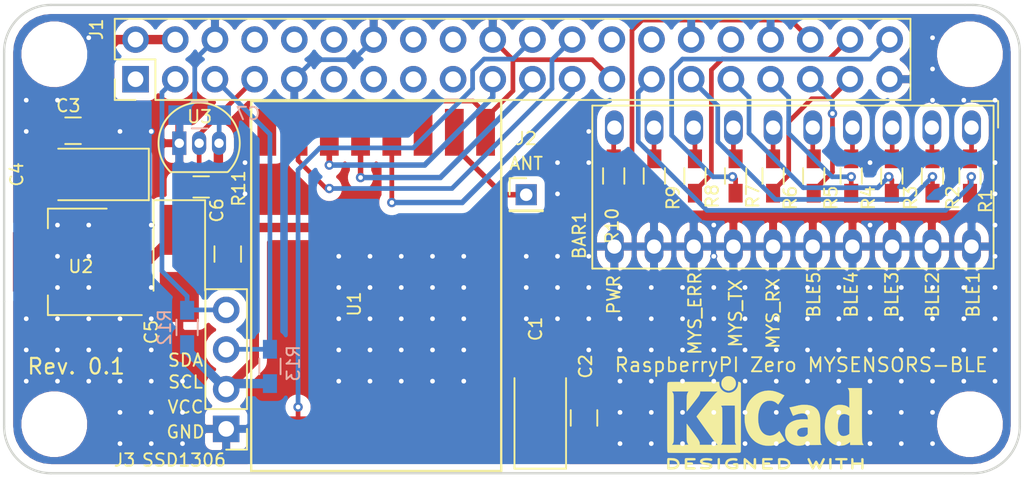
<source format=kicad_pcb>
(kicad_pcb (version 20170922) (host pcbnew no-vcs-found-835c19f~60~ubuntu16.04.1)
  (layers (0 F.Cu signal) (31 B.Cu signal) (34 B.Paste user) (35 F.Paste user) (36 B.SilkS user) (37 F.SilkS user) (38 B.Mask user) (39 F.Mask user) (44 Edge.Cuts user))
  (layers (0 F.Cu signal) (31 B.Cu signal) (34 B.Paste user) (35 F.Paste user) (36 B.SilkS user) (37 F.SilkS user) (38 B.Mask user) (39 F.Mask user) (44 Edge.Cuts user))
  (net 0 "")
  (net 1 GND)
  (net 2 +3V3)
  (net 3 +5V)
  (net 4 /RFM69_CS)
  (net 5 /RFM69_SCK)
  (net 6 /RFM69_CE)
  (net 7 /RFM69_MISO)
  (net 8 /RFM69_MOSI)
  (net 9 "Net-(J2-Pad1)")
  (net 10 "Net-(BAR1-Pad9)")
  (net 11 "Net-(BAR1-Pad10)")
  (net 12 "Net-(BAR1-Pad8)")
  (net 13 "Net-(BAR1-Pad7)")
  (net 14 "Net-(BAR1-Pad6)")
  (net 15 "Net-(BAR1-Pad5)")
  (net 16 "Net-(BAR1-Pad4)")
  (net 17 "Net-(BAR1-Pad3)")
  (net 18 "Net-(BAR1-Pad2)")
  (net 19 "Net-(BAR1-Pad1)")
  (net 20 "Net-(J1-Pad40)")
  (net 21 "Net-(J1-Pad38)")
  (net 22 "Net-(J1-Pad37)")
  (net 23 "Net-(J1-Pad36)")
  (net 24 "Net-(J1-Pad35)")
  (net 25 "Net-(J1-Pad33)")
  (net 26 "Net-(J1-Pad31)")
  (net 27 "Net-(J1-Pad29)")
  (net 28 "Net-(J1-Pad27)")
  (net 29 "Net-(J1-Pad7)")
  (net 30 /SSD_SCL)
  (net 31 /SSD_SDA)
  (net 32 "Net-(U1-Pad1)")
  (net 33 "Net-(U1-Pad3)")
  (net 34 "Net-(U1-Pad4)")
  (net 35 "Net-(U1-Pad5)")
  (net 36 "Net-(U1-Pad6)")
  (net 37 "Net-(U1-Pad7)")
  (net 38 "Net-(U1-Pad16)")
  (module Displays:HDSP-4850 (layer F.Cu) (at 171.41188 87.35942 270)
    (fp_text reference BAR1 (at 6.9 25.1 270) (layer F.SilkS) (effects (font (size 0.8 0.8) (thickness 0.12))))
    (fp_text value HDSP-4850_2)
    (pad 20 thru_hole oval (at 7.62 0 180) (size 1.2 2.2) (drill 0.9144) (layers *.Cu *.Mask) (net 1 GND))
    (pad 19 thru_hole oval (at 7.62 2.54 180) (size 1.2 2.2) (drill 0.9144) (layers *.Cu *.Mask) (net 1 GND))
    (pad 18 thru_hole oval (at 7.62 5.08 180) (size 1.2 2.2) (drill 0.9144) (layers *.Cu *.Mask) (net 1 GND))
    (pad 17 thru_hole oval (at 7.62 7.62 180) (size 1.2 2.2) (drill 0.9144) (layers *.Cu *.Mask) (net 1 GND))
    (pad 9 thru_hole oval (at 0 20.32 180) (size 1.2 2.2) (drill 0.9144) (layers *.Cu *.Mask) (net 10 "Net-(BAR1-Pad9)"))
    (pad 10 thru_hole oval (at 0 22.86 180) (size 1.2 2.2) (drill 0.9144) (layers *.Cu *.Mask) (net 11 "Net-(BAR1-Pad10)"))
    (pad 11 thru_hole oval (at 7.62 22.86 180) (size 1.2 2.2) (drill 0.9144) (layers *.Cu *.Mask) (net 1 GND))
    (pad 12 thru_hole oval (at 7.62 20.32 180) (size 1.2 2.2) (drill 0.9144) (layers *.Cu *.Mask) (net 1 GND))
    (pad 8 thru_hole oval (at 0 17.78 180) (size 1.2 2.2) (drill 0.9144) (layers *.Cu *.Mask) (net 12 "Net-(BAR1-Pad8)"))
    (pad 7 thru_hole oval (at 0 15.24 180) (size 1.2 2.2) (drill 0.9144) (layers *.Cu *.Mask) (net 13 "Net-(BAR1-Pad7)"))
    (pad 6 thru_hole oval (at 0 12.7 180) (size 1.2 2.2) (drill 0.9144) (layers *.Cu *.Mask) (net 14 "Net-(BAR1-Pad6)"))
    (pad 5 thru_hole oval (at 0 10.16 180) (size 1.2 2.2) (drill 0.9144) (layers *.Cu *.Mask) (net 15 "Net-(BAR1-Pad5)"))
    (pad 16 thru_hole oval (at 7.62 10.16 180) (size 1.2 2.2) (drill 0.9144) (layers *.Cu *.Mask) (net 1 GND))
    (pad 15 thru_hole oval (at 7.62 12.7 180) (size 1.2 2.2) (drill 0.9144) (layers *.Cu *.Mask) (net 1 GND))
    (pad 14 thru_hole oval (at 7.62 15.24 180) (size 1.2 2.2) (drill 0.9144) (layers *.Cu *.Mask) (net 1 GND))
    (pad 13 thru_hole oval (at 7.62 17.78 180) (size 1.2 2.2) (drill 0.9144) (layers *.Cu *.Mask) (net 1 GND))
    (pad 4 thru_hole oval (at 0 7.62 180) (size 1.2 2.2) (drill 0.9144) (layers *.Cu *.Mask) (net 16 "Net-(BAR1-Pad4)"))
    (pad 3 thru_hole oval (at 0 5.08 180) (size 1.2 2.2) (drill 0.9144) (layers *.Cu *.Mask) (net 17 "Net-(BAR1-Pad3)"))
    (pad 2 thru_hole oval (at 0 2.54 180) (size 1.2 2.2) (drill 0.9144) (layers *.Cu *.Mask) (net 18 "Net-(BAR1-Pad2)"))
    (pad 1 thru_hole oval (at 0 0 180) (size 1.2 2.2) (drill 0.9144) (layers *.Cu *.Mask) (net 19 "Net-(BAR1-Pad1)"))
  )
  (module Symbols:KiCad-Logo2_6mm_SilkScreen (layer F.Cu) (at 158.21188 106.25942)
    (fp_text reference REF*** hide)
    (fp_text value KiCad-Logo2_6mm_SilkScreen hide)
  )
  (module Mounting_Holes:MountingHole_3.2mm_M3 (layer F.Cu) (at 112.71188 82.65942)
    (fp_text reference REF** hide)
    (fp_text value MountingHole_3.2mm_M3)
    (pad 1 np_thru_hole circle (at 0 0) (size 3.2 3.2) (drill 3.2) (layers *.Cu *.Mask))
  )
  (module Mounting_Holes:MountingHole_3.2mm_M3 (layer F.Cu) (at 112.71188 106.35942)
    (fp_text reference REF** hide)
    (fp_text value MountingHole_3.2mm_M3)
    (pad 1 np_thru_hole circle (at 0 0) (size 3.2 3.2) (drill 3.2) (layers *.Cu *.Mask))
  )
  (module Mounting_Holes:MountingHole_3.2mm_M3 (layer F.Cu) (at 171.31188 106.35942)
    (fp_text reference REF** hide)
    (fp_text value MountingHole_3.2mm_M3)
    (pad 1 np_thru_hole circle (at 0 0) (size 3.2 3.2) (drill 3.2) (layers *.Cu *.Mask))
  )
  (module Mounting_Holes:MountingHole_3.2mm_M3 (layer F.Cu) (at 171.31188 82.65942)
    (fp_text reference REF** hide)
    (fp_text value MountingHole_3.2mm_M3)
    (pad 1 np_thru_hole circle (at 0 0) (size 3.2 3.2) (drill 3.2) (layers *.Cu *.Mask))
  )
  (module Pin_Headers:Pin_Header_Straight_2x20_Pitch2.54mm (layer F.Cu) (at 117.91188 84.25942 90)
    (fp_text reference J1 (at 3.2 -2.5 90) (layer F.SilkS) (effects (font (size 0.8 0.8) (thickness 0.12))))
    (fp_text value RPI_Zero_W)
    (pad 40 thru_hole oval (at 2.54 48.26 90) (size 1.7 1.7) (drill 1) (layers *.Cu *.Mask) (net 20 "Net-(J1-Pad40)"))
    (pad 39 thru_hole oval (at 0 48.26 90) (size 1.7 1.7) (drill 1) (layers *.Cu *.Mask) (net 1 GND))
    (pad 38 thru_hole oval (at 2.54 45.72 90) (size 1.7 1.7) (drill 1) (layers *.Cu *.Mask) (net 21 "Net-(J1-Pad38)"))
    (pad 37 thru_hole oval (at 0 45.72 90) (size 1.7 1.7) (drill 1) (layers *.Cu *.Mask) (net 22 "Net-(J1-Pad37)"))
    (pad 36 thru_hole oval (at 2.54 43.18 90) (size 1.7 1.7) (drill 1) (layers *.Cu *.Mask) (net 23 "Net-(J1-Pad36)"))
    (pad 35 thru_hole oval (at 0 43.18 90) (size 1.7 1.7) (drill 1) (layers *.Cu *.Mask) (net 24 "Net-(J1-Pad35)"))
    (pad 34 thru_hole oval (at 2.54 40.64 90) (size 1.7 1.7) (drill 1) (layers *.Cu *.Mask) (net 1 GND))
    (pad 33 thru_hole oval (at 0 40.64 90) (size 1.7 1.7) (drill 1) (layers *.Cu *.Mask) (net 25 "Net-(J1-Pad33)"))
    (pad 32 thru_hole oval (at 2.54 38.1 90) (size 1.7 1.7) (drill 1) (layers *.Cu *.Mask))
    (pad 31 thru_hole oval (at 0 38.1 90) (size 1.7 1.7) (drill 1) (layers *.Cu *.Mask) (net 26 "Net-(J1-Pad31)"))
    (pad 30 thru_hole oval (at 2.54 35.56 90) (size 1.7 1.7) (drill 1) (layers *.Cu *.Mask) (net 1 GND))
    (pad 29 thru_hole oval (at 0 35.56 90) (size 1.7 1.7) (drill 1) (layers *.Cu *.Mask) (net 27 "Net-(J1-Pad29)"))
    (pad 28 thru_hole oval (at 2.54 33.02 90) (size 1.7 1.7) (drill 1) (layers *.Cu *.Mask))
    (pad 27 thru_hole oval (at 0 33.02 90) (size 1.7 1.7) (drill 1) (layers *.Cu *.Mask) (net 28 "Net-(J1-Pad27)"))
    (pad 26 thru_hole oval (at 2.54 30.48 90) (size 1.7 1.7) (drill 1) (layers *.Cu *.Mask))
    (pad 25 thru_hole oval (at 0 30.48 90) (size 1.7 1.7) (drill 1) (layers *.Cu *.Mask) (net 1 GND))
    (pad 24 thru_hole oval (at 2.54 27.94 90) (size 1.7 1.7) (drill 1) (layers *.Cu *.Mask) (net 4 /RFM69_CS))
    (pad 23 thru_hole oval (at 0 27.94 90) (size 1.7 1.7) (drill 1) (layers *.Cu *.Mask) (net 5 /RFM69_SCK))
    (pad 22 thru_hole oval (at 2.54 25.4 90) (size 1.7 1.7) (drill 1) (layers *.Cu *.Mask) (net 6 /RFM69_CE))
    (pad 21 thru_hole oval (at 0 25.4 90) (size 1.7 1.7) (drill 1) (layers *.Cu *.Mask) (net 7 /RFM69_MISO))
    (pad 20 thru_hole oval (at 2.54 22.86 90) (size 1.7 1.7) (drill 1) (layers *.Cu *.Mask) (net 1 GND))
    (pad 19 thru_hole oval (at 0 22.86 90) (size 1.7 1.7) (drill 1) (layers *.Cu *.Mask) (net 8 /RFM69_MOSI))
    (pad 18 thru_hole oval (at 2.54 20.32 90) (size 1.7 1.7) (drill 1) (layers *.Cu *.Mask))
    (pad 17 thru_hole oval (at 0 20.32 90) (size 1.7 1.7) (drill 1) (layers *.Cu *.Mask))
    (pad 16 thru_hole oval (at 2.54 17.78 90) (size 1.7 1.7) (drill 1) (layers *.Cu *.Mask))
    (pad 15 thru_hole oval (at 0 17.78 90) (size 1.7 1.7) (drill 1) (layers *.Cu *.Mask))
    (pad 14 thru_hole oval (at 2.54 15.24 90) (size 1.7 1.7) (drill 1) (layers *.Cu *.Mask) (net 1 GND))
    (pad 13 thru_hole oval (at 0 15.24 90) (size 1.7 1.7) (drill 1) (layers *.Cu *.Mask))
    (pad 12 thru_hole oval (at 2.54 12.7 90) (size 1.7 1.7) (drill 1) (layers *.Cu *.Mask))
    (pad 11 thru_hole oval (at 0 12.7 90) (size 1.7 1.7) (drill 1) (layers *.Cu *.Mask))
    (pad 10 thru_hole oval (at 2.54 10.16 90) (size 1.7 1.7) (drill 1) (layers *.Cu *.Mask))
    (pad 9 thru_hole oval (at 0 10.16 90) (size 1.7 1.7) (drill 1) (layers *.Cu *.Mask) (net 1 GND))
    (pad 8 thru_hole oval (at 2.54 7.62 90) (size 1.7 1.7) (drill 1) (layers *.Cu *.Mask))
    (pad 7 thru_hole oval (at 0 7.62 90) (size 1.7 1.7) (drill 1) (layers *.Cu *.Mask) (net 29 "Net-(J1-Pad7)"))
    (pad 6 thru_hole oval (at 2.54 5.08 90) (size 1.7 1.7) (drill 1) (layers *.Cu *.Mask) (net 1 GND))
    (pad 5 thru_hole oval (at 0 5.08 90) (size 1.7 1.7) (drill 1) (layers *.Cu *.Mask) (net 30 /SSD_SCL))
    (pad 4 thru_hole oval (at 2.54 2.54 90) (size 1.7 1.7) (drill 1) (layers *.Cu *.Mask) (net 3 +5V))
    (pad 3 thru_hole oval (at 0 2.54 90) (size 1.7 1.7) (drill 1) (layers *.Cu *.Mask) (net 31 /SSD_SDA))
    (pad 2 thru_hole oval (at 2.54 0 90) (size 1.7 1.7) (drill 1) (layers *.Cu *.Mask) (net 3 +5V))
    (pad 1 thru_hole rect (at 0 0 90) (size 1.7 1.7) (drill 1) (layers *.Cu *.Mask))
  )
  (module Capacitors_Tantalum_SMD:CP_Tantalum_Case-B_EIA-3528-21_Hand (layer F.Cu) (at 143.81188 105.15942 90)
    (fp_text reference C1 (at 4.9 -0.3 90) (layer F.SilkS) (effects (font (size 0.8 0.8) (thickness 0.12))))
    (fp_text value 22u)
    (pad 2 smd rect (at 2.15 0 90) (size 3.2 2.5) (layers F.Cu F.Paste F.Mask) (net 1 GND))
    (pad 1 smd rect (at -2.15 0 90) (size 3.2 2.5) (layers F.Cu F.Paste F.Mask) (net 2 +3V3))
  )
  (module Capacitors_SMD:C_0805_HandSoldering (layer F.Cu) (at 146.61188 105.95942 270)
    (fp_text reference C2 (at -3.3 -0.1 270) (layer F.SilkS) (effects (font (size 0.8 0.8) (thickness 0.12))))
    (fp_text value 100n)
    (pad 2 smd rect (at 1.25 0 270) (size 1.5 1.25) (layers F.Cu F.Paste F.Mask) (net 2 +3V3))
    (pad 1 smd rect (at -1.25 0 270) (size 1.5 1.25) (layers F.Cu F.Paste F.Mask) (net 1 GND))
  )
  (module Capacitors_SMD:C_0805_HandSoldering (layer F.Cu) (at 113.91188 87.55942)
    (fp_text reference C3 (at -0.3 -1.6) (layer F.SilkS) (effects (font (size 0.8 0.8) (thickness 0.12))))
    (fp_text value 100n)
    (pad 2 smd rect (at 1.25 0) (size 1.5 1.25) (layers F.Cu F.Paste F.Mask) (net 3 +5V))
    (pad 1 smd rect (at -1.25 0) (size 1.5 1.25) (layers F.Cu F.Paste F.Mask) (net 1 GND))
  )
  (module Capacitors_Tantalum_SMD:CP_Tantalum_Case-B_EIA-3528-21_Hand (layer F.Cu) (at 114.71188 90.35942 180)
    (fp_text reference C4 (at 4.4 0 270) (layer F.SilkS) (effects (font (size 0.8 0.8) (thickness 0.12))))
    (fp_text value 22u)
    (pad 2 smd rect (at 2.15 0 180) (size 3.2 2.5) (layers F.Cu F.Paste F.Mask) (net 1 GND))
    (pad 1 smd rect (at -2.15 0 180) (size 3.2 2.5) (layers F.Cu F.Paste F.Mask) (net 3 +5V))
  )
  (module Capacitors_Tantalum_SMD:CP_Tantalum_Case-B_EIA-3528-21_Hand (layer F.Cu) (at 120.71188 96.05942 270)
    (fp_text reference C5 (at 4.4 1.8 90) (layer F.SilkS) (effects (font (size 0.8 0.8) (thickness 0.12))))
    (fp_text value 22u)
    (pad 1 smd rect (at -2.15 0 270) (size 3.2 2.5) (layers F.Cu F.Paste F.Mask) (net 2 +3V3))
    (pad 2 smd rect (at 2.15 0 270) (size 3.2 2.5) (layers F.Cu F.Paste F.Mask) (net 1 GND))
  )
  (module Capacitors_SMD:C_0805_HandSoldering (layer F.Cu) (at 123.81188 95.45942 90)
    (fp_text reference C6 (at 2.8 -0.7 270) (layer F.SilkS) (effects (font (size 0.8 0.8) (thickness 0.12))))
    (fp_text value 100n)
    (pad 1 smd rect (at -1.25 0 90) (size 1.5 1.25) (layers F.Cu F.Paste F.Mask) (net 1 GND))
    (pad 2 smd rect (at 1.25 0 90) (size 1.5 1.25) (layers F.Cu F.Paste F.Mask) (net 2 +3V3))
  )
  (module mysensors_radios:RFM69HW_SMD_Handsoldering (layer F.Cu) (at 126.31188 105.95942 90)
    (fp_text reference U1 (at 7.3 5.6 90) (layer F.SilkS) (effects (font (size 0.8 0.8) (thickness 0.12))))
    (fp_text value RFM69HW hide)
    (pad 1 smd rect (at -1.4 0 90) (size 3 1.2) (layers F.Cu F.Paste F.Mask) (net 32 "Net-(U1-Pad1)"))
    (pad 2 smd rect (at -1.4 2 90) (size 3 1.2) (layers F.Cu F.Paste F.Mask) (net 6 /RFM69_CE))
    (pad 3 smd rect (at -1.4 4 90) (size 3 1.2) (layers F.Cu F.Paste F.Mask) (net 33 "Net-(U1-Pad3)"))
    (pad 4 smd rect (at -1.4 6 90) (size 3 1.2) (layers F.Cu F.Paste F.Mask) (net 34 "Net-(U1-Pad4)"))
    (pad 5 smd rect (at -1.4 8 90) (size 3 1.2) (layers F.Cu F.Paste F.Mask) (net 35 "Net-(U1-Pad5)"))
    (pad 6 smd rect (at -1.4 10 90) (size 3 1.2) (layers F.Cu F.Paste F.Mask) (net 36 "Net-(U1-Pad6)"))
    (pad 7 smd rect (at -1.4 12 90) (size 3 1.2) (layers F.Cu F.Paste F.Mask) (net 37 "Net-(U1-Pad7)"))
    (pad 8 smd rect (at -1.4 14 90) (size 3 1.2) (layers F.Cu F.Paste F.Mask) (net 2 +3V3))
    (pad 9 smd rect (at 18.3 14 90) (size 3 1.2) (layers F.Cu F.Paste F.Mask) (net 1 GND))
    (pad 10 smd rect (at 18.3 12 90) (size 3 1.2) (layers F.Cu F.Paste F.Mask) (net 9 "Net-(J2-Pad1)"))
    (pad 11 smd rect (at 18.3 10 90) (size 3 1.2) (layers F.Cu F.Paste F.Mask) (net 1 GND))
    (pad 12 smd rect (at 18.3 8 90) (size 3 1.2) (layers F.Cu F.Paste F.Mask) (net 5 /RFM69_SCK))
    (pad 13 smd rect (at 18.3 6 90) (size 3 1.2) (layers F.Cu F.Paste F.Mask) (net 7 /RFM69_MISO))
    (pad 14 smd rect (at 18.3 4 90) (size 3 1.2) (layers F.Cu F.Paste F.Mask) (net 8 /RFM69_MOSI))
    (pad 15 smd rect (at 18.3 2 90) (size 3 1.2) (layers F.Cu F.Paste F.Mask) (net 4 /RFM69_CS))
    (pad 16 smd rect (at 18.3 0 90) (size 3 1.2) (layers F.Cu F.Paste F.Mask) (net 38 "Net-(U1-Pad16)"))
  )
  (module TO_SOT_Packages_SMD:SOT-223 (layer F.Cu) (at 114.21188 95.95942 180)
    (fp_text reference U2 (at -0.2 -0.3 180) (layer F.SilkS) (effects (font (size 0.8 0.8) (thickness 0.12))))
    (fp_text value AMS1117)
    (pad 1 smd rect (at -3.15 -2.3 180) (size 2 1.5) (layers F.Cu F.Paste F.Mask) (net 1 GND))
    (pad 3 smd rect (at -3.15 2.3 180) (size 2 1.5) (layers F.Cu F.Paste F.Mask) (net 3 +5V))
    (pad 2 smd rect (at -3.15 0 180) (size 2 1.5) (layers F.Cu F.Paste F.Mask) (net 2 +3V3))
    (pad 4 smd rect (at 3.15 0 180) (size 2 3.8) (layers F.Cu F.Paste F.Mask))
  )
  (module Resistors_SMD:R_0603_HandSoldering (layer F.Cu) (at 171.31188 90.45942 90)
    (fp_text reference R1 (at -1.6 1 90) (layer F.SilkS) (effects (font (size 0.8 0.8) (thickness 0.12))))
    (fp_text value 3K3)
    (pad 2 smd rect (at 1.1 0 90) (size 1.2 0.9) (layers F.Cu F.Paste F.Mask) (net 19 "Net-(BAR1-Pad1)"))
    (pad 1 smd rect (at -1.1 0 90) (size 1.2 0.9) (layers F.Cu F.Paste F.Mask) (net 28 "Net-(J1-Pad27)"))
  )
  (module Resistors_SMD:R_0603_HandSoldering (layer F.Cu) (at 168.91188 90.45942 90)
    (fp_text reference R2 (at -1.4 1.3 90) (layer F.SilkS) (effects (font (size 0.8 0.8) (thickness 0.12))))
    (fp_text value 3K3)
    (pad 1 smd rect (at -1.1 0 90) (size 1.2 0.9) (layers F.Cu F.Paste F.Mask) (net 27 "Net-(J1-Pad29)"))
    (pad 2 smd rect (at 1.1 0 90) (size 1.2 0.9) (layers F.Cu F.Paste F.Mask) (net 18 "Net-(BAR1-Pad2)"))
  )
  (module Resistors_SMD:R_0603_HandSoldering (layer F.Cu) (at 166.31188 90.45942 90)
    (fp_text reference R3 (at -1.4 1.2 90) (layer F.SilkS) (effects (font (size 0.8 0.8) (thickness 0.12))))
    (fp_text value 3K3)
    (pad 2 smd rect (at 1.1 0 90) (size 1.2 0.9) (layers F.Cu F.Paste F.Mask) (net 17 "Net-(BAR1-Pad3)"))
    (pad 1 smd rect (at -1.1 0 90) (size 1.2 0.9) (layers F.Cu F.Paste F.Mask) (net 26 "Net-(J1-Pad31)"))
  )
  (module Resistors_SMD:R_0603_HandSoldering (layer F.Cu) (at 163.71188 90.45942 90)
    (fp_text reference R4 (at -1.4 1.1 90) (layer F.SilkS) (effects (font (size 0.8 0.8) (thickness 0.12))))
    (fp_text value 3K3)
    (pad 1 smd rect (at -1.1 0 90) (size 1.2 0.9) (layers F.Cu F.Paste F.Mask) (net 25 "Net-(J1-Pad33)"))
    (pad 2 smd rect (at 1.1 0 90) (size 1.2 0.9) (layers F.Cu F.Paste F.Mask) (net 16 "Net-(BAR1-Pad4)"))
  )
  (module Resistors_SMD:R_0603_HandSoldering (layer F.Cu) (at 161.31188 90.45942 90)
    (fp_text reference R5 (at -1.4 1.1 90) (layer F.SilkS) (effects (font (size 0.8 0.8) (thickness 0.12))))
    (fp_text value 3K3)
    (pad 2 smd rect (at 1.1 0 90) (size 1.2 0.9) (layers F.Cu F.Paste F.Mask) (net 15 "Net-(BAR1-Pad5)"))
    (pad 1 smd rect (at -1.1 0 90) (size 1.2 0.9) (layers F.Cu F.Paste F.Mask) (net 24 "Net-(J1-Pad35)"))
  )
  (module Resistors_SMD:R_0603_HandSoldering (layer F.Cu) (at 158.71188 90.45942 90)
    (fp_text reference R6 (at -1.4 1.1 90) (layer F.SilkS) (effects (font (size 0.8 0.8) (thickness 0.12))))
    (fp_text value 3K3)
    (pad 1 smd rect (at -1.1 0 90) (size 1.2 0.9) (layers F.Cu F.Paste F.Mask) (net 22 "Net-(J1-Pad37)"))
    (pad 2 smd rect (at 1.1 0 90) (size 1.2 0.9) (layers F.Cu F.Paste F.Mask) (net 14 "Net-(BAR1-Pad6)"))
  )
  (module Resistors_SMD:R_0603_HandSoldering (layer F.Cu) (at 156.31188 90.45942 90)
    (fp_text reference R7 (at -1.3 1.1 90) (layer F.SilkS) (effects (font (size 0.8 0.8) (thickness 0.12))))
    (fp_text value 3K3)
    (pad 2 smd rect (at 1.1 0 90) (size 1.2 0.9) (layers F.Cu F.Paste F.Mask) (net 13 "Net-(BAR1-Pad7)"))
    (pad 1 smd rect (at -1.1 0 90) (size 1.2 0.9) (layers F.Cu F.Paste F.Mask) (net 20 "Net-(J1-Pad40)"))
  )
  (module Resistors_SMD:R_0603_HandSoldering (layer F.Cu) (at 153.71188 90.45942 90)
    (fp_text reference R8 (at -1.3 1.1 90) (layer F.SilkS) (effects (font (size 0.8 0.8) (thickness 0.12))))
    (fp_text value 3K3)
    (pad 1 smd rect (at -1.1 0 90) (size 1.2 0.9) (layers F.Cu F.Paste F.Mask) (net 21 "Net-(J1-Pad38)"))
    (pad 2 smd rect (at 1.1 0 90) (size 1.2 0.9) (layers F.Cu F.Paste F.Mask) (net 12 "Net-(BAR1-Pad8)"))
  )
  (module Resistors_SMD:R_0603_HandSoldering (layer F.Cu) (at 151.11188 90.45942 90)
    (fp_text reference R9 (at -1.4 1.2 90) (layer F.SilkS) (effects (font (size 0.8 0.8) (thickness 0.12))))
    (fp_text value 3K3)
    (pad 2 smd rect (at 1.1 0 90) (size 1.2 0.9) (layers F.Cu F.Paste F.Mask) (net 10 "Net-(BAR1-Pad9)"))
    (pad 1 smd rect (at -1.1 0 90) (size 1.2 0.9) (layers F.Cu F.Paste F.Mask) (net 23 "Net-(J1-Pad36)"))
  )
  (module Resistors_SMD:R_0603_HandSoldering (layer F.Cu) (at 148.51188 90.45942 90)
    (fp_text reference R10 (at -3.2 -0.1 90) (layer F.SilkS) (effects (font (size 0.8 0.8) (thickness 0.12))))
    (fp_text value 3K3)
    (pad 1 smd rect (at -1.1 0 90) (size 1.2 0.9) (layers F.Cu F.Paste F.Mask) (net 2 +3V3))
    (pad 2 smd rect (at 1.1 0 90) (size 1.2 0.9) (layers F.Cu F.Paste F.Mask) (net 11 "Net-(BAR1-Pad10)"))
  )
  (module Capacitors_SMD:C_0805_HandSoldering (layer B.Cu) (at 122.01188 86.55942 180)
    (fp_text reference C7 (at -3.1 0.1 180) (layer B.SilkS) (effects (font (size 0.8 0.8) (thickness 0.12)) (justify mirror)))
    (fp_text value 100n)
    (pad 2 smd rect (at 1.25 0 180) (size 1.5 1.25) (layers B.Cu B.Paste B.Mask) (net 1 GND))
    (pad 1 smd rect (at -1.25 0 180) (size 1.5 1.25) (layers B.Cu B.Paste B.Mask) (net 2 +3V3))
  )
  (module Resistors_SMD:R_0603_HandSoldering (layer F.Cu) (at 122.11188 91.15942 180)
    (fp_text reference R11 (at -2.4 -0.1 90) (layer F.SilkS) (effects (font (size 0.8 0.8) (thickness 0.12))))
    (fp_text value 4K7)
    (pad 2 smd rect (at 1.1 0 180) (size 1.2 0.9) (layers F.Cu F.Paste F.Mask) (net 29 "Net-(J1-Pad7)"))
    (pad 1 smd rect (at -1.1 0 180) (size 1.2 0.9) (layers F.Cu F.Paste F.Mask) (net 2 +3V3))
  )
  (module TO_SOT_Packages_THT:TO-92_Inline_Narrow_Oval (layer F.Cu) (at 120.71188 88.35942)
    (fp_text reference U3 (at 1.3 -1.7) (layer F.SilkS) (effects (font (size 0.8 0.8) (thickness 0.12))))
    (fp_text value DS18B20)
    (pad 1 thru_hole rect (at 0 0 180) (size 0.9 1.5) (drill 0.6) (layers *.Cu *.Mask) (net 1 GND))
    (pad 3 thru_hole oval (at 2.54 0 180) (size 0.9 1.5) (drill 0.6) (layers *.Cu *.Mask) (net 2 +3V3))
    (pad 2 thru_hole oval (at 1.27 0 180) (size 0.9 1.5) (drill 0.6) (layers *.Cu *.Mask) (net 29 "Net-(J1-Pad7)"))
  )
  (module Pin_Headers:Pin_Header_Straight_1x01_Pitch2.00mm (layer F.Cu) (at 142.91188 91.65942)
    (fp_text reference J2 (at 0 -3.6) (layer F.SilkS) (effects (font (size 0.8 0.8) (thickness 0.12))))
    (fp_text value ANT)
    (pad 1 thru_hole rect (at 0 0) (size 1.35 1.35) (drill 0.8) (layers *.Cu *.Mask) (net 9 "Net-(J2-Pad1)"))
  )
  (module Pin_Headers:Pin_Header_Straight_1x04_Pitch2.54mm (layer F.Cu) (at 123.71188 106.65942 180)
    (fp_text reference J3 (at 6.5 -2 180) (layer F.SilkS) (effects (font (size 0.8 0.8) (thickness 0.12))))
    (fp_text value SSD1306)
    (pad 4 thru_hole oval (at 0 7.62 180) (size 1.7 1.7) (drill 1) (layers *.Cu *.Mask) (net 31 /SSD_SDA))
    (pad 3 thru_hole oval (at 0 5.08 180) (size 1.7 1.7) (drill 1) (layers *.Cu *.Mask) (net 30 /SSD_SCL))
    (pad 2 thru_hole oval (at 0 2.54 180) (size 1.7 1.7) (drill 1) (layers *.Cu *.Mask) (net 2 +3V3))
    (pad 1 thru_hole rect (at 0 0 180) (size 1.7 1.7) (drill 1) (layers *.Cu *.Mask) (net 1 GND))
  )
  (module Resistors_SMD:R_0603_HandSoldering (layer B.Cu) (at 121.21188 100.15942 270)
    (fp_text reference R12 (at 0 1.45 270) (layer B.SilkS) (effects (font (size 0.8 0.8) (thickness 0.12)) (justify mirror)))
    (fp_text value 4K7)
    (pad 2 smd rect (at 1.1 0 270) (size 1.2 0.9) (layers B.Cu B.Paste B.Mask) (net 2 +3V3))
    (pad 1 smd rect (at -1.1 0 270) (size 1.2 0.9) (layers B.Cu B.Paste B.Mask) (net 31 /SSD_SDA))
  )
  (module Resistors_SMD:R_0603_HandSoldering (layer B.Cu) (at 126.51188 102.65942 270)
    (fp_text reference R13 (at -0.2 -1.5 270) (layer B.SilkS) (effects (font (size 0.8 0.8) (thickness 0.12)) (justify mirror)))
    (fp_text value 4K7)
    (pad 1 smd rect (at -1.1 0 270) (size 1.2 0.9) (layers B.Cu B.Paste B.Mask) (net 30 /SSD_SCL))
    (pad 2 smd rect (at 1.1 0 270) (size 1.2 0.9) (layers B.Cu B.Paste B.Mask) (net 2 +3V3))
  )
  (module VIA_MATRIX (layer F.Cu) (at 114.916166 81.60342)
    (fp_text reference V5_2 hide)
    (fp_text value AUTO_VIA hide)
    (pad 1 thru_hole circle (at 0 0) (size 0.45 0.45) (drill 0.3) (layers *.Cu) (net 1 GND) (clearance 0.3))
  )
  (module VIA_MATRIX (layer F.Cu) (at 168.916166 81.60342)
    (fp_text reference V32_2 hide)
    (fp_text value AUTO_VIA hide)
    (pad 1 thru_hole circle (at 0 0) (size 0.45 0.45) (drill 0.3) (layers *.Cu) (net 1 GND) (clearance 0.3))
  )
  (module VIA_MATRIX (layer F.Cu) (at 168.916166 83.60342)
    (fp_text reference V32_3 hide)
    (fp_text value AUTO_VIA hide)
    (pad 1 thru_hole circle (at 0 0) (size 0.45 0.45) (drill 0.3) (layers *.Cu) (net 1 GND) (clearance 0.3))
  )
  (module VIA_MATRIX (layer F.Cu) (at 110.916166 85.60342)
    (fp_text reference V3_4 hide)
    (fp_text value AUTO_VIA hide)
    (pad 1 thru_hole circle (at 0 0) (size 0.45 0.45) (drill 0.3) (layers *.Cu) (net 1 GND) (clearance 0.3))
  )
  (module VIA_MATRIX (layer F.Cu) (at 112.916166 85.60342)
    (fp_text reference V4_4 hide)
    (fp_text value AUTO_VIA hide)
    (pad 1 thru_hole circle (at 0 0) (size 0.45 0.45) (drill 0.3) (layers *.Cu) (net 1 GND) (clearance 0.3))
  )
  (module VIA_MATRIX (layer F.Cu) (at 168.916166 85.60342)
    (fp_text reference V32_4 hide)
    (fp_text value AUTO_VIA hide)
    (pad 1 thru_hole circle (at 0 0) (size 0.45 0.45) (drill 0.3) (layers *.Cu) (net 1 GND) (clearance 0.3))
  )
  (module VIA_MATRIX (layer F.Cu) (at 170.916166 85.60342)
    (fp_text reference V33_4 hide)
    (fp_text value AUTO_VIA hide)
    (pad 1 thru_hole circle (at 0 0) (size 0.45 0.45) (drill 0.3) (layers *.Cu) (net 1 GND) (clearance 0.3))
  )
  (module VIA_MATRIX (layer F.Cu) (at 172.916166 85.60342)
    (fp_text reference V34_4 hide)
    (fp_text value AUTO_VIA hide)
    (pad 1 thru_hole circle (at 0 0) (size 0.45 0.45) (drill 0.3) (layers *.Cu) (net 1 GND) (clearance 0.3))
  )
  (module VIA_MATRIX (layer F.Cu) (at 110.916166 87.60342)
    (fp_text reference V3_5 hide)
    (fp_text value AUTO_VIA hide)
    (pad 1 thru_hole circle (at 0 0) (size 0.45 0.45) (drill 0.3) (layers *.Cu) (net 1 GND) (clearance 0.3))
  )
  (module VIA_MATRIX (layer F.Cu) (at 116.916166 87.60342)
    (fp_text reference V6_5 hide)
    (fp_text value AUTO_VIA hide)
    (pad 1 thru_hole circle (at 0 0) (size 0.45 0.45) (drill 0.3) (layers *.Cu) (net 1 GND) (clearance 0.3))
  )
  (module VIA_MATRIX (layer F.Cu) (at 118.916166 87.60342)
    (fp_text reference V7_5 hide)
    (fp_text value AUTO_VIA hide)
    (pad 1 thru_hole circle (at 0 0) (size 0.45 0.45) (drill 0.3) (layers *.Cu) (net 1 GND) (clearance 0.3))
  )
  (module VIA_MATRIX (layer F.Cu) (at 146.916166 87.60342)
    (fp_text reference V21_5 hide)
    (fp_text value AUTO_VIA hide)
    (pad 1 thru_hole circle (at 0 0) (size 0.45 0.45) (drill 0.3) (layers *.Cu) (net 1 GND) (clearance 0.3))
  )
  (module VIA_MATRIX (layer F.Cu) (at 124.916166 89.60342)
    (fp_text reference V10_6 hide)
    (fp_text value AUTO_VIA hide)
    (pad 1 thru_hole circle (at 0 0) (size 0.45 0.45) (drill 0.3) (layers *.Cu) (net 1 GND) (clearance 0.3))
  )
  (module VIA_MATRIX (layer F.Cu) (at 144.916166 89.60342)
    (fp_text reference V20_6 hide)
    (fp_text value AUTO_VIA hide)
    (pad 1 thru_hole circle (at 0 0) (size 0.45 0.45) (drill 0.3) (layers *.Cu) (net 1 GND) (clearance 0.3))
  )
  (module VIA_MATRIX (layer F.Cu) (at 146.916166 89.60342)
    (fp_text reference V21_6 hide)
    (fp_text value AUTO_VIA hide)
    (pad 1 thru_hole circle (at 0 0) (size 0.45 0.45) (drill 0.3) (layers *.Cu) (net 1 GND) (clearance 0.3))
  )
  (module VIA_MATRIX (layer F.Cu) (at 164.916166 89.60342)
    (fp_text reference V30_6 hide)
    (fp_text value AUTO_VIA hide)
    (pad 1 thru_hole circle (at 0 0) (size 0.45 0.45) (drill 0.3) (layers *.Cu) (net 1 GND) (clearance 0.3))
  )
  (module VIA_MATRIX (layer F.Cu) (at 172.916166 89.60342)
    (fp_text reference V34_6 hide)
    (fp_text value AUTO_VIA hide)
    (pad 1 thru_hole circle (at 0 0) (size 0.45 0.45) (drill 0.3) (layers *.Cu) (net 1 GND) (clearance 0.3))
  )
  (module VIA_MATRIX (layer F.Cu) (at 124.916166 91.60342)
    (fp_text reference V10_7 hide)
    (fp_text value AUTO_VIA hide)
    (pad 1 thru_hole circle (at 0 0) (size 0.45 0.45) (drill 0.3) (layers *.Cu) (net 1 GND) (clearance 0.3))
  )
  (module VIA_MATRIX (layer F.Cu) (at 144.916166 91.60342)
    (fp_text reference V20_7 hide)
    (fp_text value AUTO_VIA hide)
    (pad 1 thru_hole circle (at 0 0) (size 0.45 0.45) (drill 0.3) (layers *.Cu) (net 1 GND) (clearance 0.3))
  )
  (module VIA_MATRIX (layer F.Cu) (at 172.916166 91.60342)
    (fp_text reference V34_7 hide)
    (fp_text value AUTO_VIA hide)
    (pad 1 thru_hole circle (at 0 0) (size 0.45 0.45) (drill 0.3) (layers *.Cu) (net 1 GND) (clearance 0.3))
  )
  (module VIA_MATRIX (layer F.Cu) (at 112.916166 93.60342)
    (fp_text reference V4_8 hide)
    (fp_text value AUTO_VIA hide)
    (pad 1 thru_hole circle (at 0 0) (size 0.45 0.45) (drill 0.3) (layers *.Cu) (net 1 GND) (clearance 0.3))
  )
  (module VIA_MATRIX (layer F.Cu) (at 114.916166 93.60342)
    (fp_text reference V5_8 hide)
    (fp_text value AUTO_VIA hide)
    (pad 1 thru_hole circle (at 0 0) (size 0.45 0.45) (drill 0.3) (layers *.Cu) (net 1 GND) (clearance 0.3))
  )
  (module VIA_MATRIX (layer F.Cu) (at 118.916166 93.60342)
    (fp_text reference V7_8 hide)
    (fp_text value AUTO_VIA hide)
    (pad 1 thru_hole circle (at 0 0) (size 0.45 0.45) (drill 0.3) (layers *.Cu) (net 1 GND) (clearance 0.3))
  )
  (module VIA_MATRIX (layer F.Cu) (at 154.916166 93.60342)
    (fp_text reference V25_8 hide)
    (fp_text value AUTO_VIA hide)
    (pad 1 thru_hole circle (at 0 0) (size 0.45 0.45) (drill 0.3) (layers *.Cu) (net 1 GND) (clearance 0.3))
  )
  (module VIA_MATRIX (layer F.Cu) (at 164.916166 93.60342)
    (fp_text reference V30_8 hide)
    (fp_text value AUTO_VIA hide)
    (pad 1 thru_hole circle (at 0 0) (size 0.45 0.45) (drill 0.3) (layers *.Cu) (net 1 GND) (clearance 0.3))
  )
  (module VIA_MATRIX (layer F.Cu) (at 172.916166 93.60342)
    (fp_text reference V34_8 hide)
    (fp_text value AUTO_VIA hide)
    (pad 1 thru_hole circle (at 0 0) (size 0.45 0.45) (drill 0.3) (layers *.Cu) (net 1 GND) (clearance 0.3))
  )
  (module VIA_MATRIX (layer F.Cu) (at 112.916166 95.60342)
    (fp_text reference V4_9 hide)
    (fp_text value AUTO_VIA hide)
    (pad 1 thru_hole circle (at 0 0) (size 0.45 0.45) (drill 0.3) (layers *.Cu) (net 1 GND) (clearance 0.3))
  )
  (module VIA_MATRIX (layer F.Cu) (at 114.916166 95.60342)
    (fp_text reference V5_9 hide)
    (fp_text value AUTO_VIA hide)
    (pad 1 thru_hole circle (at 0 0) (size 0.45 0.45) (drill 0.3) (layers *.Cu) (net 1 GND) (clearance 0.3))
  )
  (module VIA_MATRIX (layer F.Cu) (at 130.916166 95.60342)
    (fp_text reference V13_9 hide)
    (fp_text value AUTO_VIA hide)
    (pad 1 thru_hole circle (at 0 0) (size 0.45 0.45) (drill 0.3) (layers *.Cu) (net 1 GND) (clearance 0.3))
  )
  (module VIA_MATRIX (layer F.Cu) (at 132.916166 95.60342)
    (fp_text reference V14_9 hide)
    (fp_text value AUTO_VIA hide)
    (pad 1 thru_hole circle (at 0 0) (size 0.45 0.45) (drill 0.3) (layers *.Cu) (net 1 GND) (clearance 0.3))
  )
  (module VIA_MATRIX (layer F.Cu) (at 134.916166 95.60342)
    (fp_text reference V15_9 hide)
    (fp_text value AUTO_VIA hide)
    (pad 1 thru_hole circle (at 0 0) (size 0.45 0.45) (drill 0.3) (layers *.Cu) (net 1 GND) (clearance 0.3))
  )
  (module VIA_MATRIX (layer F.Cu) (at 136.916166 95.60342)
    (fp_text reference V16_9 hide)
    (fp_text value AUTO_VIA hide)
    (pad 1 thru_hole circle (at 0 0) (size 0.45 0.45) (drill 0.3) (layers *.Cu) (net 1 GND) (clearance 0.3))
  )
  (module VIA_MATRIX (layer F.Cu) (at 138.916166 95.60342)
    (fp_text reference V17_9 hide)
    (fp_text value AUTO_VIA hide)
    (pad 1 thru_hole circle (at 0 0) (size 0.45 0.45) (drill 0.3) (layers *.Cu) (net 1 GND) (clearance 0.3))
  )
  (module VIA_MATRIX (layer F.Cu) (at 142.916166 95.60342)
    (fp_text reference V19_9 hide)
    (fp_text value AUTO_VIA hide)
    (pad 1 thru_hole circle (at 0 0) (size 0.45 0.45) (drill 0.3) (layers *.Cu) (net 1 GND) (clearance 0.3))
  )
  (module VIA_MATRIX (layer F.Cu) (at 144.916166 95.60342)
    (fp_text reference V20_9 hide)
    (fp_text value AUTO_VIA hide)
    (pad 1 thru_hole circle (at 0 0) (size 0.45 0.45) (drill 0.3) (layers *.Cu) (net 1 GND) (clearance 0.3))
  )
  (module VIA_MATRIX (layer F.Cu) (at 146.916166 95.60342)
    (fp_text reference V21_9 hide)
    (fp_text value AUTO_VIA hide)
    (pad 1 thru_hole circle (at 0 0) (size 0.45 0.45) (drill 0.3) (layers *.Cu) (net 1 GND) (clearance 0.3))
  )
  (module VIA_MATRIX (layer F.Cu) (at 154.916166 95.60342)
    (fp_text reference V25_9 hide)
    (fp_text value AUTO_VIA hide)
    (pad 1 thru_hole circle (at 0 0) (size 0.45 0.45) (drill 0.3) (layers *.Cu) (net 1 GND) (clearance 0.3))
  )
  (module VIA_MATRIX (layer F.Cu) (at 172.916166 95.60342)
    (fp_text reference V34_9 hide)
    (fp_text value AUTO_VIA hide)
    (pad 1 thru_hole circle (at 0 0) (size 0.45 0.45) (drill 0.3) (layers *.Cu) (net 1 GND) (clearance 0.3))
  )
  (module VIA_MATRIX (layer F.Cu) (at 112.916166 97.60342)
    (fp_text reference V4_10 hide)
    (fp_text value AUTO_VIA hide)
    (pad 1 thru_hole circle (at 0 0) (size 0.45 0.45) (drill 0.3) (layers *.Cu) (net 1 GND) (clearance 0.3))
  )
  (module VIA_MATRIX (layer F.Cu) (at 114.916166 97.60342)
    (fp_text reference V5_10 hide)
    (fp_text value AUTO_VIA hide)
    (pad 1 thru_hole circle (at 0 0) (size 0.45 0.45) (drill 0.3) (layers *.Cu) (net 1 GND) (clearance 0.3))
  )
  (module VIA_MATRIX (layer F.Cu) (at 118.916166 97.60342)
    (fp_text reference V7_10 hide)
    (fp_text value AUTO_VIA hide)
    (pad 1 thru_hole circle (at 0 0) (size 0.45 0.45) (drill 0.3) (layers *.Cu) (net 1 GND) (clearance 0.3))
  )
  (module VIA_MATRIX (layer F.Cu) (at 130.916166 97.60342)
    (fp_text reference V13_10 hide)
    (fp_text value AUTO_VIA hide)
    (pad 1 thru_hole circle (at 0 0) (size 0.45 0.45) (drill 0.3) (layers *.Cu) (net 1 GND) (clearance 0.3))
  )
  (module VIA_MATRIX (layer F.Cu) (at 132.916166 97.60342)
    (fp_text reference V14_10 hide)
    (fp_text value AUTO_VIA hide)
    (pad 1 thru_hole circle (at 0 0) (size 0.45 0.45) (drill 0.3) (layers *.Cu) (net 1 GND) (clearance 0.3))
  )
  (module VIA_MATRIX (layer F.Cu) (at 134.916166 97.60342)
    (fp_text reference V15_10 hide)
    (fp_text value AUTO_VIA hide)
    (pad 1 thru_hole circle (at 0 0) (size 0.45 0.45) (drill 0.3) (layers *.Cu) (net 1 GND) (clearance 0.3))
  )
  (module VIA_MATRIX (layer F.Cu) (at 136.916166 97.60342)
    (fp_text reference V16_10 hide)
    (fp_text value AUTO_VIA hide)
    (pad 1 thru_hole circle (at 0 0) (size 0.45 0.45) (drill 0.3) (layers *.Cu) (net 1 GND) (clearance 0.3))
  )
  (module VIA_MATRIX (layer F.Cu) (at 138.916166 97.60342)
    (fp_text reference V17_10 hide)
    (fp_text value AUTO_VIA hide)
    (pad 1 thru_hole circle (at 0 0) (size 0.45 0.45) (drill 0.3) (layers *.Cu) (net 1 GND) (clearance 0.3))
  )
  (module VIA_MATRIX (layer F.Cu) (at 142.916166 97.60342)
    (fp_text reference V19_10 hide)
    (fp_text value AUTO_VIA hide)
    (pad 1 thru_hole circle (at 0 0) (size 0.45 0.45) (drill 0.3) (layers *.Cu) (net 1 GND) (clearance 0.3))
  )
  (module VIA_MATRIX (layer F.Cu) (at 144.916166 97.60342)
    (fp_text reference V20_10 hide)
    (fp_text value AUTO_VIA hide)
    (pad 1 thru_hole circle (at 0 0) (size 0.45 0.45) (drill 0.3) (layers *.Cu) (net 1 GND) (clearance 0.3))
  )
  (module VIA_MATRIX (layer F.Cu) (at 146.916166 97.60342)
    (fp_text reference V21_10 hide)
    (fp_text value AUTO_VIA hide)
    (pad 1 thru_hole circle (at 0 0) (size 0.45 0.45) (drill 0.3) (layers *.Cu) (net 1 GND) (clearance 0.3))
  )
  (module VIA_MATRIX (layer F.Cu) (at 148.916166 97.60342)
    (fp_text reference V22_10 hide)
    (fp_text value AUTO_VIA hide)
    (pad 1 thru_hole circle (at 0 0) (size 0.45 0.45) (drill 0.3) (layers *.Cu) (net 1 GND) (clearance 0.3))
  )
  (module VIA_MATRIX (layer F.Cu) (at 150.916166 97.60342)
    (fp_text reference V23_10 hide)
    (fp_text value AUTO_VIA hide)
    (pad 1 thru_hole circle (at 0 0) (size 0.45 0.45) (drill 0.3) (layers *.Cu) (net 1 GND) (clearance 0.3))
  )
  (module VIA_MATRIX (layer F.Cu) (at 152.916166 97.60342)
    (fp_text reference V24_10 hide)
    (fp_text value AUTO_VIA hide)
    (pad 1 thru_hole circle (at 0 0) (size 0.45 0.45) (drill 0.3) (layers *.Cu) (net 1 GND) (clearance 0.3))
  )
  (module VIA_MATRIX (layer F.Cu) (at 154.916166 97.60342)
    (fp_text reference V25_10 hide)
    (fp_text value AUTO_VIA hide)
    (pad 1 thru_hole circle (at 0 0) (size 0.45 0.45) (drill 0.3) (layers *.Cu) (net 1 GND) (clearance 0.3))
  )
  (module VIA_MATRIX (layer F.Cu) (at 156.916166 97.60342)
    (fp_text reference V26_10 hide)
    (fp_text value AUTO_VIA hide)
    (pad 1 thru_hole circle (at 0 0) (size 0.45 0.45) (drill 0.3) (layers *.Cu) (net 1 GND) (clearance 0.3))
  )
  (module VIA_MATRIX (layer F.Cu) (at 158.916166 97.60342)
    (fp_text reference V27_10 hide)
    (fp_text value AUTO_VIA hide)
    (pad 1 thru_hole circle (at 0 0) (size 0.45 0.45) (drill 0.3) (layers *.Cu) (net 1 GND) (clearance 0.3))
  )
  (module VIA_MATRIX (layer F.Cu) (at 160.916166 97.60342)
    (fp_text reference V28_10 hide)
    (fp_text value AUTO_VIA hide)
    (pad 1 thru_hole circle (at 0 0) (size 0.45 0.45) (drill 0.3) (layers *.Cu) (net 1 GND) (clearance 0.3))
  )
  (module VIA_MATRIX (layer F.Cu) (at 162.916166 97.60342)
    (fp_text reference V29_10 hide)
    (fp_text value AUTO_VIA hide)
    (pad 1 thru_hole circle (at 0 0) (size 0.45 0.45) (drill 0.3) (layers *.Cu) (net 1 GND) (clearance 0.3))
  )
  (module VIA_MATRIX (layer F.Cu) (at 164.916166 97.60342)
    (fp_text reference V30_10 hide)
    (fp_text value AUTO_VIA hide)
    (pad 1 thru_hole circle (at 0 0) (size 0.45 0.45) (drill 0.3) (layers *.Cu) (net 1 GND) (clearance 0.3))
  )
  (module VIA_MATRIX (layer F.Cu) (at 166.916166 97.60342)
    (fp_text reference V31_10 hide)
    (fp_text value AUTO_VIA hide)
    (pad 1 thru_hole circle (at 0 0) (size 0.45 0.45) (drill 0.3) (layers *.Cu) (net 1 GND) (clearance 0.3))
  )
  (module VIA_MATRIX (layer F.Cu) (at 168.916166 97.60342)
    (fp_text reference V32_10 hide)
    (fp_text value AUTO_VIA hide)
    (pad 1 thru_hole circle (at 0 0) (size 0.45 0.45) (drill 0.3) (layers *.Cu) (net 1 GND) (clearance 0.3))
  )
  (module VIA_MATRIX (layer F.Cu) (at 170.916166 97.60342)
    (fp_text reference V33_10 hide)
    (fp_text value AUTO_VIA hide)
    (pad 1 thru_hole circle (at 0 0) (size 0.45 0.45) (drill 0.3) (layers *.Cu) (net 1 GND) (clearance 0.3))
  )
  (module VIA_MATRIX (layer F.Cu) (at 172.916166 97.60342)
    (fp_text reference V34_10 hide)
    (fp_text value AUTO_VIA hide)
    (pad 1 thru_hole circle (at 0 0) (size 0.45 0.45) (drill 0.3) (layers *.Cu) (net 1 GND) (clearance 0.3))
  )
  (module VIA_MATRIX (layer F.Cu) (at 110.916166 99.60342)
    (fp_text reference V3_11 hide)
    (fp_text value AUTO_VIA hide)
    (pad 1 thru_hole circle (at 0 0) (size 0.45 0.45) (drill 0.3) (layers *.Cu) (net 1 GND) (clearance 0.3))
  )
  (module VIA_MATRIX (layer F.Cu) (at 112.916166 99.60342)
    (fp_text reference V4_11 hide)
    (fp_text value AUTO_VIA hide)
    (pad 1 thru_hole circle (at 0 0) (size 0.45 0.45) (drill 0.3) (layers *.Cu) (net 1 GND) (clearance 0.3))
  )
  (module VIA_MATRIX (layer F.Cu) (at 114.916166 99.60342)
    (fp_text reference V5_11 hide)
    (fp_text value AUTO_VIA hide)
    (pad 1 thru_hole circle (at 0 0) (size 0.45 0.45) (drill 0.3) (layers *.Cu) (net 1 GND) (clearance 0.3))
  )
  (module VIA_MATRIX (layer F.Cu) (at 116.916166 99.60342)
    (fp_text reference V6_11 hide)
    (fp_text value AUTO_VIA hide)
    (pad 1 thru_hole circle (at 0 0) (size 0.45 0.45) (drill 0.3) (layers *.Cu) (net 1 GND) (clearance 0.3))
  )
  (module VIA_MATRIX (layer F.Cu) (at 118.916166 99.60342)
    (fp_text reference V7_11 hide)
    (fp_text value AUTO_VIA hide)
    (pad 1 thru_hole circle (at 0 0) (size 0.45 0.45) (drill 0.3) (layers *.Cu) (net 1 GND) (clearance 0.3))
  )
  (module VIA_MATRIX (layer F.Cu) (at 130.916166 99.60342)
    (fp_text reference V13_11 hide)
    (fp_text value AUTO_VIA hide)
    (pad 1 thru_hole circle (at 0 0) (size 0.45 0.45) (drill 0.3) (layers *.Cu) (net 1 GND) (clearance 0.3))
  )
  (module VIA_MATRIX (layer F.Cu) (at 132.916166 99.60342)
    (fp_text reference V14_11 hide)
    (fp_text value AUTO_VIA hide)
    (pad 1 thru_hole circle (at 0 0) (size 0.45 0.45) (drill 0.3) (layers *.Cu) (net 1 GND) (clearance 0.3))
  )
  (module VIA_MATRIX (layer F.Cu) (at 134.916166 99.60342)
    (fp_text reference V15_11 hide)
    (fp_text value AUTO_VIA hide)
    (pad 1 thru_hole circle (at 0 0) (size 0.45 0.45) (drill 0.3) (layers *.Cu) (net 1 GND) (clearance 0.3))
  )
  (module VIA_MATRIX (layer F.Cu) (at 136.916166 99.60342)
    (fp_text reference V16_11 hide)
    (fp_text value AUTO_VIA hide)
    (pad 1 thru_hole circle (at 0 0) (size 0.45 0.45) (drill 0.3) (layers *.Cu) (net 1 GND) (clearance 0.3))
  )
  (module VIA_MATRIX (layer F.Cu) (at 138.916166 99.60342)
    (fp_text reference V17_11 hide)
    (fp_text value AUTO_VIA hide)
    (pad 1 thru_hole circle (at 0 0) (size 0.45 0.45) (drill 0.3) (layers *.Cu) (net 1 GND) (clearance 0.3))
  )
  (module VIA_MATRIX (layer F.Cu) (at 142.916166 99.60342)
    (fp_text reference V19_11 hide)
    (fp_text value AUTO_VIA hide)
    (pad 1 thru_hole circle (at 0 0) (size 0.45 0.45) (drill 0.3) (layers *.Cu) (net 1 GND) (clearance 0.3))
  )
  (module VIA_MATRIX (layer F.Cu) (at 144.916166 99.60342)
    (fp_text reference V20_11 hide)
    (fp_text value AUTO_VIA hide)
    (pad 1 thru_hole circle (at 0 0) (size 0.45 0.45) (drill 0.3) (layers *.Cu) (net 1 GND) (clearance 0.3))
  )
  (module VIA_MATRIX (layer F.Cu) (at 146.916166 99.60342)
    (fp_text reference V21_11 hide)
    (fp_text value AUTO_VIA hide)
    (pad 1 thru_hole circle (at 0 0) (size 0.45 0.45) (drill 0.3) (layers *.Cu) (net 1 GND) (clearance 0.3))
  )
  (module VIA_MATRIX (layer F.Cu) (at 148.916166 99.60342)
    (fp_text reference V22_11 hide)
    (fp_text value AUTO_VIA hide)
    (pad 1 thru_hole circle (at 0 0) (size 0.45 0.45) (drill 0.3) (layers *.Cu) (net 1 GND) (clearance 0.3))
  )
  (module VIA_MATRIX (layer F.Cu) (at 150.916166 99.60342)
    (fp_text reference V23_11 hide)
    (fp_text value AUTO_VIA hide)
    (pad 1 thru_hole circle (at 0 0) (size 0.45 0.45) (drill 0.3) (layers *.Cu) (net 1 GND) (clearance 0.3))
  )
  (module VIA_MATRIX (layer F.Cu) (at 152.916166 99.60342)
    (fp_text reference V24_11 hide)
    (fp_text value AUTO_VIA hide)
    (pad 1 thru_hole circle (at 0 0) (size 0.45 0.45) (drill 0.3) (layers *.Cu) (net 1 GND) (clearance 0.3))
  )
  (module VIA_MATRIX (layer F.Cu) (at 154.916166 99.60342)
    (fp_text reference V25_11 hide)
    (fp_text value AUTO_VIA hide)
    (pad 1 thru_hole circle (at 0 0) (size 0.45 0.45) (drill 0.3) (layers *.Cu) (net 1 GND) (clearance 0.3))
  )
  (module VIA_MATRIX (layer F.Cu) (at 156.916166 99.60342)
    (fp_text reference V26_11 hide)
    (fp_text value AUTO_VIA hide)
    (pad 1 thru_hole circle (at 0 0) (size 0.45 0.45) (drill 0.3) (layers *.Cu) (net 1 GND) (clearance 0.3))
  )
  (module VIA_MATRIX (layer F.Cu) (at 158.916166 99.60342)
    (fp_text reference V27_11 hide)
    (fp_text value AUTO_VIA hide)
    (pad 1 thru_hole circle (at 0 0) (size 0.45 0.45) (drill 0.3) (layers *.Cu) (net 1 GND) (clearance 0.3))
  )
  (module VIA_MATRIX (layer F.Cu) (at 160.916166 99.60342)
    (fp_text reference V28_11 hide)
    (fp_text value AUTO_VIA hide)
    (pad 1 thru_hole circle (at 0 0) (size 0.45 0.45) (drill 0.3) (layers *.Cu) (net 1 GND) (clearance 0.3))
  )
  (module VIA_MATRIX (layer F.Cu) (at 162.916166 99.60342)
    (fp_text reference V29_11 hide)
    (fp_text value AUTO_VIA hide)
    (pad 1 thru_hole circle (at 0 0) (size 0.45 0.45) (drill 0.3) (layers *.Cu) (net 1 GND) (clearance 0.3))
  )
  (module VIA_MATRIX (layer F.Cu) (at 164.916166 99.60342)
    (fp_text reference V30_11 hide)
    (fp_text value AUTO_VIA hide)
    (pad 1 thru_hole circle (at 0 0) (size 0.45 0.45) (drill 0.3) (layers *.Cu) (net 1 GND) (clearance 0.3))
  )
  (module VIA_MATRIX (layer F.Cu) (at 166.916166 99.60342)
    (fp_text reference V31_11 hide)
    (fp_text value AUTO_VIA hide)
    (pad 1 thru_hole circle (at 0 0) (size 0.45 0.45) (drill 0.3) (layers *.Cu) (net 1 GND) (clearance 0.3))
  )
  (module VIA_MATRIX (layer F.Cu) (at 168.916166 99.60342)
    (fp_text reference V32_11 hide)
    (fp_text value AUTO_VIA hide)
    (pad 1 thru_hole circle (at 0 0) (size 0.45 0.45) (drill 0.3) (layers *.Cu) (net 1 GND) (clearance 0.3))
  )
  (module VIA_MATRIX (layer F.Cu) (at 170.916166 99.60342)
    (fp_text reference V33_11 hide)
    (fp_text value AUTO_VIA hide)
    (pad 1 thru_hole circle (at 0 0) (size 0.45 0.45) (drill 0.3) (layers *.Cu) (net 1 GND) (clearance 0.3))
  )
  (module VIA_MATRIX (layer F.Cu) (at 172.916166 99.60342)
    (fp_text reference V34_11 hide)
    (fp_text value AUTO_VIA hide)
    (pad 1 thru_hole circle (at 0 0) (size 0.45 0.45) (drill 0.3) (layers *.Cu) (net 1 GND) (clearance 0.3))
  )
  (module VIA_MATRIX (layer F.Cu) (at 110.916166 101.60342)
    (fp_text reference V3_12 hide)
    (fp_text value AUTO_VIA hide)
    (pad 1 thru_hole circle (at 0 0) (size 0.45 0.45) (drill 0.3) (layers *.Cu) (net 1 GND) (clearance 0.3))
  )
  (module VIA_MATRIX (layer F.Cu) (at 112.916166 101.60342)
    (fp_text reference V4_12 hide)
    (fp_text value AUTO_VIA hide)
    (pad 1 thru_hole circle (at 0 0) (size 0.45 0.45) (drill 0.3) (layers *.Cu) (net 1 GND) (clearance 0.3))
  )
  (module VIA_MATRIX (layer F.Cu) (at 114.916166 101.60342)
    (fp_text reference V5_12 hide)
    (fp_text value AUTO_VIA hide)
    (pad 1 thru_hole circle (at 0 0) (size 0.45 0.45) (drill 0.3) (layers *.Cu) (net 1 GND) (clearance 0.3))
  )
  (module VIA_MATRIX (layer F.Cu) (at 116.916166 101.60342)
    (fp_text reference V6_12 hide)
    (fp_text value AUTO_VIA hide)
    (pad 1 thru_hole circle (at 0 0) (size 0.45 0.45) (drill 0.3) (layers *.Cu) (net 1 GND) (clearance 0.3))
  )
  (module VIA_MATRIX (layer F.Cu) (at 118.916166 101.60342)
    (fp_text reference V7_12 hide)
    (fp_text value AUTO_VIA hide)
    (pad 1 thru_hole circle (at 0 0) (size 0.45 0.45) (drill 0.3) (layers *.Cu) (net 1 GND) (clearance 0.3))
  )
  (module VIA_MATRIX (layer F.Cu) (at 130.916166 101.60342)
    (fp_text reference V13_12 hide)
    (fp_text value AUTO_VIA hide)
    (pad 1 thru_hole circle (at 0 0) (size 0.45 0.45) (drill 0.3) (layers *.Cu) (net 1 GND) (clearance 0.3))
  )
  (module VIA_MATRIX (layer F.Cu) (at 132.916166 101.60342)
    (fp_text reference V14_12 hide)
    (fp_text value AUTO_VIA hide)
    (pad 1 thru_hole circle (at 0 0) (size 0.45 0.45) (drill 0.3) (layers *.Cu) (net 1 GND) (clearance 0.3))
  )
  (module VIA_MATRIX (layer F.Cu) (at 134.916166 101.60342)
    (fp_text reference V15_12 hide)
    (fp_text value AUTO_VIA hide)
    (pad 1 thru_hole circle (at 0 0) (size 0.45 0.45) (drill 0.3) (layers *.Cu) (net 1 GND) (clearance 0.3))
  )
  (module VIA_MATRIX (layer F.Cu) (at 136.916166 101.60342)
    (fp_text reference V16_12 hide)
    (fp_text value AUTO_VIA hide)
    (pad 1 thru_hole circle (at 0 0) (size 0.45 0.45) (drill 0.3) (layers *.Cu) (net 1 GND) (clearance 0.3))
  )
  (module VIA_MATRIX (layer F.Cu) (at 138.916166 101.60342)
    (fp_text reference V17_12 hide)
    (fp_text value AUTO_VIA hide)
    (pad 1 thru_hole circle (at 0 0) (size 0.45 0.45) (drill 0.3) (layers *.Cu) (net 1 GND) (clearance 0.3))
  )
  (module VIA_MATRIX (layer F.Cu) (at 146.916166 101.60342)
    (fp_text reference V21_12 hide)
    (fp_text value AUTO_VIA hide)
    (pad 1 thru_hole circle (at 0 0) (size 0.45 0.45) (drill 0.3) (layers *.Cu) (net 1 GND) (clearance 0.3))
  )
  (module VIA_MATRIX (layer F.Cu) (at 148.916166 101.60342)
    (fp_text reference V22_12 hide)
    (fp_text value AUTO_VIA hide)
    (pad 1 thru_hole circle (at 0 0) (size 0.45 0.45) (drill 0.3) (layers *.Cu) (net 1 GND) (clearance 0.3))
  )
  (module VIA_MATRIX (layer F.Cu) (at 150.916166 101.60342)
    (fp_text reference V23_12 hide)
    (fp_text value AUTO_VIA hide)
    (pad 1 thru_hole circle (at 0 0) (size 0.45 0.45) (drill 0.3) (layers *.Cu) (net 1 GND) (clearance 0.3))
  )
  (module VIA_MATRIX (layer F.Cu) (at 152.916166 101.60342)
    (fp_text reference V24_12 hide)
    (fp_text value AUTO_VIA hide)
    (pad 1 thru_hole circle (at 0 0) (size 0.45 0.45) (drill 0.3) (layers *.Cu) (net 1 GND) (clearance 0.3))
  )
  (module VIA_MATRIX (layer F.Cu) (at 154.916166 101.60342)
    (fp_text reference V25_12 hide)
    (fp_text value AUTO_VIA hide)
    (pad 1 thru_hole circle (at 0 0) (size 0.45 0.45) (drill 0.3) (layers *.Cu) (net 1 GND) (clearance 0.3))
  )
  (module VIA_MATRIX (layer F.Cu) (at 156.916166 101.60342)
    (fp_text reference V26_12 hide)
    (fp_text value AUTO_VIA hide)
    (pad 1 thru_hole circle (at 0 0) (size 0.45 0.45) (drill 0.3) (layers *.Cu) (net 1 GND) (clearance 0.3))
  )
  (module VIA_MATRIX (layer F.Cu) (at 158.916166 101.60342)
    (fp_text reference V27_12 hide)
    (fp_text value AUTO_VIA hide)
    (pad 1 thru_hole circle (at 0 0) (size 0.45 0.45) (drill 0.3) (layers *.Cu) (net 1 GND) (clearance 0.3))
  )
  (module VIA_MATRIX (layer F.Cu) (at 160.916166 101.60342)
    (fp_text reference V28_12 hide)
    (fp_text value AUTO_VIA hide)
    (pad 1 thru_hole circle (at 0 0) (size 0.45 0.45) (drill 0.3) (layers *.Cu) (net 1 GND) (clearance 0.3))
  )
  (module VIA_MATRIX (layer F.Cu) (at 162.916166 101.60342)
    (fp_text reference V29_12 hide)
    (fp_text value AUTO_VIA hide)
    (pad 1 thru_hole circle (at 0 0) (size 0.45 0.45) (drill 0.3) (layers *.Cu) (net 1 GND) (clearance 0.3))
  )
  (module VIA_MATRIX (layer F.Cu) (at 164.916166 101.60342)
    (fp_text reference V30_12 hide)
    (fp_text value AUTO_VIA hide)
    (pad 1 thru_hole circle (at 0 0) (size 0.45 0.45) (drill 0.3) (layers *.Cu) (net 1 GND) (clearance 0.3))
  )
  (module VIA_MATRIX (layer F.Cu) (at 166.916166 101.60342)
    (fp_text reference V31_12 hide)
    (fp_text value AUTO_VIA hide)
    (pad 1 thru_hole circle (at 0 0) (size 0.45 0.45) (drill 0.3) (layers *.Cu) (net 1 GND) (clearance 0.3))
  )
  (module VIA_MATRIX (layer F.Cu) (at 168.916166 101.60342)
    (fp_text reference V32_12 hide)
    (fp_text value AUTO_VIA hide)
    (pad 1 thru_hole circle (at 0 0) (size 0.45 0.45) (drill 0.3) (layers *.Cu) (net 1 GND) (clearance 0.3))
  )
  (module VIA_MATRIX (layer F.Cu) (at 170.916166 101.60342)
    (fp_text reference V33_12 hide)
    (fp_text value AUTO_VIA hide)
    (pad 1 thru_hole circle (at 0 0) (size 0.45 0.45) (drill 0.3) (layers *.Cu) (net 1 GND) (clearance 0.3))
  )
  (module VIA_MATRIX (layer F.Cu) (at 172.916166 101.60342)
    (fp_text reference V34_12 hide)
    (fp_text value AUTO_VIA hide)
    (pad 1 thru_hole circle (at 0 0) (size 0.45 0.45) (drill 0.3) (layers *.Cu) (net 1 GND) (clearance 0.3))
  )
  (module VIA_MATRIX (layer F.Cu) (at 110.916166 103.60342)
    (fp_text reference V3_13 hide)
    (fp_text value AUTO_VIA hide)
    (pad 1 thru_hole circle (at 0 0) (size 0.45 0.45) (drill 0.3) (layers *.Cu) (net 1 GND) (clearance 0.3))
  )
  (module VIA_MATRIX (layer F.Cu) (at 112.916166 103.60342)
    (fp_text reference V4_13 hide)
    (fp_text value AUTO_VIA hide)
    (pad 1 thru_hole circle (at 0 0) (size 0.45 0.45) (drill 0.3) (layers *.Cu) (net 1 GND) (clearance 0.3))
  )
  (module VIA_MATRIX (layer F.Cu) (at 114.916166 103.60342)
    (fp_text reference V5_13 hide)
    (fp_text value AUTO_VIA hide)
    (pad 1 thru_hole circle (at 0 0) (size 0.45 0.45) (drill 0.3) (layers *.Cu) (net 1 GND) (clearance 0.3))
  )
  (module VIA_MATRIX (layer F.Cu) (at 116.916166 103.60342)
    (fp_text reference V6_13 hide)
    (fp_text value AUTO_VIA hide)
    (pad 1 thru_hole circle (at 0 0) (size 0.45 0.45) (drill 0.3) (layers *.Cu) (net 1 GND) (clearance 0.3))
  )
  (module VIA_MATRIX (layer F.Cu) (at 118.916166 103.60342)
    (fp_text reference V7_13 hide)
    (fp_text value AUTO_VIA hide)
    (pad 1 thru_hole circle (at 0 0) (size 0.45 0.45) (drill 0.3) (layers *.Cu) (net 1 GND) (clearance 0.3))
  )
  (module VIA_MATRIX (layer F.Cu) (at 120.916166 103.60342)
    (fp_text reference V8_13 hide)
    (fp_text value AUTO_VIA hide)
    (pad 1 thru_hole circle (at 0 0) (size 0.45 0.45) (drill 0.3) (layers *.Cu) (net 1 GND) (clearance 0.3))
  )
  (module VIA_MATRIX (layer F.Cu) (at 130.916166 103.60342)
    (fp_text reference V13_13 hide)
    (fp_text value AUTO_VIA hide)
    (pad 1 thru_hole circle (at 0 0) (size 0.45 0.45) (drill 0.3) (layers *.Cu) (net 1 GND) (clearance 0.3))
  )
  (module VIA_MATRIX (layer F.Cu) (at 132.916166 103.60342)
    (fp_text reference V14_13 hide)
    (fp_text value AUTO_VIA hide)
    (pad 1 thru_hole circle (at 0 0) (size 0.45 0.45) (drill 0.3) (layers *.Cu) (net 1 GND) (clearance 0.3))
  )
  (module VIA_MATRIX (layer F.Cu) (at 134.916166 103.60342)
    (fp_text reference V15_13 hide)
    (fp_text value AUTO_VIA hide)
    (pad 1 thru_hole circle (at 0 0) (size 0.45 0.45) (drill 0.3) (layers *.Cu) (net 1 GND) (clearance 0.3))
  )
  (module VIA_MATRIX (layer F.Cu) (at 136.916166 103.60342)
    (fp_text reference V16_13 hide)
    (fp_text value AUTO_VIA hide)
    (pad 1 thru_hole circle (at 0 0) (size 0.45 0.45) (drill 0.3) (layers *.Cu) (net 1 GND) (clearance 0.3))
  )
  (module VIA_MATRIX (layer F.Cu) (at 138.916166 103.60342)
    (fp_text reference V17_13 hide)
    (fp_text value AUTO_VIA hide)
    (pad 1 thru_hole circle (at 0 0) (size 0.45 0.45) (drill 0.3) (layers *.Cu) (net 1 GND) (clearance 0.3))
  )
  (module VIA_MATRIX (layer F.Cu) (at 148.916166 103.60342)
    (fp_text reference V22_13 hide)
    (fp_text value AUTO_VIA hide)
    (pad 1 thru_hole circle (at 0 0) (size 0.45 0.45) (drill 0.3) (layers *.Cu) (net 1 GND) (clearance 0.3))
  )
  (module VIA_MATRIX (layer F.Cu) (at 150.916166 103.60342)
    (fp_text reference V23_13 hide)
    (fp_text value AUTO_VIA hide)
    (pad 1 thru_hole circle (at 0 0) (size 0.45 0.45) (drill 0.3) (layers *.Cu) (net 1 GND) (clearance 0.3))
  )
  (module VIA_MATRIX (layer F.Cu) (at 152.916166 103.60342)
    (fp_text reference V24_13 hide)
    (fp_text value AUTO_VIA hide)
    (pad 1 thru_hole circle (at 0 0) (size 0.45 0.45) (drill 0.3) (layers *.Cu) (net 1 GND) (clearance 0.3))
  )
  (module VIA_MATRIX (layer F.Cu) (at 154.916166 103.60342)
    (fp_text reference V25_13 hide)
    (fp_text value AUTO_VIA hide)
    (pad 1 thru_hole circle (at 0 0) (size 0.45 0.45) (drill 0.3) (layers *.Cu) (net 1 GND) (clearance 0.3))
  )
  (module VIA_MATRIX (layer F.Cu) (at 156.916166 103.60342)
    (fp_text reference V26_13 hide)
    (fp_text value AUTO_VIA hide)
    (pad 1 thru_hole circle (at 0 0) (size 0.45 0.45) (drill 0.3) (layers *.Cu) (net 1 GND) (clearance 0.3))
  )
  (module VIA_MATRIX (layer F.Cu) (at 158.916166 103.60342)
    (fp_text reference V27_13 hide)
    (fp_text value AUTO_VIA hide)
    (pad 1 thru_hole circle (at 0 0) (size 0.45 0.45) (drill 0.3) (layers *.Cu) (net 1 GND) (clearance 0.3))
  )
  (module VIA_MATRIX (layer F.Cu) (at 160.916166 103.60342)
    (fp_text reference V28_13 hide)
    (fp_text value AUTO_VIA hide)
    (pad 1 thru_hole circle (at 0 0) (size 0.45 0.45) (drill 0.3) (layers *.Cu) (net 1 GND) (clearance 0.3))
  )
  (module VIA_MATRIX (layer F.Cu) (at 162.916166 103.60342)
    (fp_text reference V29_13 hide)
    (fp_text value AUTO_VIA hide)
    (pad 1 thru_hole circle (at 0 0) (size 0.45 0.45) (drill 0.3) (layers *.Cu) (net 1 GND) (clearance 0.3))
  )
  (module VIA_MATRIX (layer F.Cu) (at 164.916166 103.60342)
    (fp_text reference V30_13 hide)
    (fp_text value AUTO_VIA hide)
    (pad 1 thru_hole circle (at 0 0) (size 0.45 0.45) (drill 0.3) (layers *.Cu) (net 1 GND) (clearance 0.3))
  )
  (module VIA_MATRIX (layer F.Cu) (at 166.916166 103.60342)
    (fp_text reference V31_13 hide)
    (fp_text value AUTO_VIA hide)
    (pad 1 thru_hole circle (at 0 0) (size 0.45 0.45) (drill 0.3) (layers *.Cu) (net 1 GND) (clearance 0.3))
  )
  (module VIA_MATRIX (layer F.Cu) (at 168.916166 103.60342)
    (fp_text reference V32_13 hide)
    (fp_text value AUTO_VIA hide)
    (pad 1 thru_hole circle (at 0 0) (size 0.45 0.45) (drill 0.3) (layers *.Cu) (net 1 GND) (clearance 0.3))
  )
  (module VIA_MATRIX (layer F.Cu) (at 170.916166 103.60342)
    (fp_text reference V33_13 hide)
    (fp_text value AUTO_VIA hide)
    (pad 1 thru_hole circle (at 0 0) (size 0.45 0.45) (drill 0.3) (layers *.Cu) (net 1 GND) (clearance 0.3))
  )
  (module VIA_MATRIX (layer F.Cu) (at 172.916166 103.60342)
    (fp_text reference V34_13 hide)
    (fp_text value AUTO_VIA hide)
    (pad 1 thru_hole circle (at 0 0) (size 0.45 0.45) (drill 0.3) (layers *.Cu) (net 1 GND) (clearance 0.3))
  )
  (module VIA_MATRIX (layer F.Cu) (at 116.916166 105.60342)
    (fp_text reference V6_14 hide)
    (fp_text value AUTO_VIA hide)
    (pad 1 thru_hole circle (at 0 0) (size 0.45 0.45) (drill 0.3) (layers *.Cu) (net 1 GND) (clearance 0.3))
  )
  (module VIA_MATRIX (layer F.Cu) (at 118.916166 105.60342)
    (fp_text reference V7_14 hide)
    (fp_text value AUTO_VIA hide)
    (pad 1 thru_hole circle (at 0 0) (size 0.45 0.45) (drill 0.3) (layers *.Cu) (net 1 GND) (clearance 0.3))
  )
  (module VIA_MATRIX (layer F.Cu) (at 120.916166 105.60342)
    (fp_text reference V8_14 hide)
    (fp_text value AUTO_VIA hide)
    (pad 1 thru_hole circle (at 0 0) (size 0.45 0.45) (drill 0.3) (layers *.Cu) (net 1 GND) (clearance 0.3))
  )
  (module VIA_MATRIX (layer F.Cu) (at 148.916166 105.60342)
    (fp_text reference V22_14 hide)
    (fp_text value AUTO_VIA hide)
    (pad 1 thru_hole circle (at 0 0) (size 0.45 0.45) (drill 0.3) (layers *.Cu) (net 1 GND) (clearance 0.3))
  )
  (module VIA_MATRIX (layer F.Cu) (at 150.916166 105.60342)
    (fp_text reference V23_14 hide)
    (fp_text value AUTO_VIA hide)
    (pad 1 thru_hole circle (at 0 0) (size 0.45 0.45) (drill 0.3) (layers *.Cu) (net 1 GND) (clearance 0.3))
  )
  (module VIA_MATRIX (layer F.Cu) (at 152.916166 105.60342)
    (fp_text reference V24_14 hide)
    (fp_text value AUTO_VIA hide)
    (pad 1 thru_hole circle (at 0 0) (size 0.45 0.45) (drill 0.3) (layers *.Cu) (net 1 GND) (clearance 0.3))
  )
  (module VIA_MATRIX (layer F.Cu) (at 154.916166 105.60342)
    (fp_text reference V25_14 hide)
    (fp_text value AUTO_VIA hide)
    (pad 1 thru_hole circle (at 0 0) (size 0.45 0.45) (drill 0.3) (layers *.Cu) (net 1 GND) (clearance 0.3))
  )
  (module VIA_MATRIX (layer F.Cu) (at 156.916166 105.60342)
    (fp_text reference V26_14 hide)
    (fp_text value AUTO_VIA hide)
    (pad 1 thru_hole circle (at 0 0) (size 0.45 0.45) (drill 0.3) (layers *.Cu) (net 1 GND) (clearance 0.3))
  )
  (module VIA_MATRIX (layer F.Cu) (at 158.916166 105.60342)
    (fp_text reference V27_14 hide)
    (fp_text value AUTO_VIA hide)
    (pad 1 thru_hole circle (at 0 0) (size 0.45 0.45) (drill 0.3) (layers *.Cu) (net 1 GND) (clearance 0.3))
  )
  (module VIA_MATRIX (layer F.Cu) (at 160.916166 105.60342)
    (fp_text reference V28_14 hide)
    (fp_text value AUTO_VIA hide)
    (pad 1 thru_hole circle (at 0 0) (size 0.45 0.45) (drill 0.3) (layers *.Cu) (net 1 GND) (clearance 0.3))
  )
  (module VIA_MATRIX (layer F.Cu) (at 162.916166 105.60342)
    (fp_text reference V29_14 hide)
    (fp_text value AUTO_VIA hide)
    (pad 1 thru_hole circle (at 0 0) (size 0.45 0.45) (drill 0.3) (layers *.Cu) (net 1 GND) (clearance 0.3))
  )
  (module VIA_MATRIX (layer F.Cu) (at 164.916166 105.60342)
    (fp_text reference V30_14 hide)
    (fp_text value AUTO_VIA hide)
    (pad 1 thru_hole circle (at 0 0) (size 0.45 0.45) (drill 0.3) (layers *.Cu) (net 1 GND) (clearance 0.3))
  )
  (module VIA_MATRIX (layer F.Cu) (at 166.916166 105.60342)
    (fp_text reference V31_14 hide)
    (fp_text value AUTO_VIA hide)
    (pad 1 thru_hole circle (at 0 0) (size 0.45 0.45) (drill 0.3) (layers *.Cu) (net 1 GND) (clearance 0.3))
  )
  (module VIA_MATRIX (layer F.Cu) (at 168.916166 105.60342)
    (fp_text reference V32_14 hide)
    (fp_text value AUTO_VIA hide)
    (pad 1 thru_hole circle (at 0 0) (size 0.45 0.45) (drill 0.3) (layers *.Cu) (net 1 GND) (clearance 0.3))
  )
  (module VIA_MATRIX (layer F.Cu) (at 116.916166 107.60342)
    (fp_text reference V6_15 hide)
    (fp_text value AUTO_VIA hide)
    (pad 1 thru_hole circle (at 0 0) (size 0.45 0.45) (drill 0.3) (layers *.Cu) (net 1 GND) (clearance 0.3))
  )
  (module VIA_MATRIX (layer F.Cu) (at 118.916166 107.60342)
    (fp_text reference V7_15 hide)
    (fp_text value AUTO_VIA hide)
    (pad 1 thru_hole circle (at 0 0) (size 0.45 0.45) (drill 0.3) (layers *.Cu) (net 1 GND) (clearance 0.3))
  )
  (module VIA_MATRIX (layer F.Cu) (at 120.916166 107.60342)
    (fp_text reference V8_15 hide)
    (fp_text value AUTO_VIA hide)
    (pad 1 thru_hole circle (at 0 0) (size 0.45 0.45) (drill 0.3) (layers *.Cu) (net 1 GND) (clearance 0.3))
  )
  (module VIA_MATRIX (layer F.Cu) (at 148.916166 107.60342)
    (fp_text reference V22_15 hide)
    (fp_text value AUTO_VIA hide)
    (pad 1 thru_hole circle (at 0 0) (size 0.45 0.45) (drill 0.3) (layers *.Cu) (net 1 GND) (clearance 0.3))
  )
  (module VIA_MATRIX (layer F.Cu) (at 150.916166 107.60342)
    (fp_text reference V23_15 hide)
    (fp_text value AUTO_VIA hide)
    (pad 1 thru_hole circle (at 0 0) (size 0.45 0.45) (drill 0.3) (layers *.Cu) (net 1 GND) (clearance 0.3))
  )
  (module VIA_MATRIX (layer F.Cu) (at 152.916166 107.60342)
    (fp_text reference V24_15 hide)
    (fp_text value AUTO_VIA hide)
    (pad 1 thru_hole circle (at 0 0) (size 0.45 0.45) (drill 0.3) (layers *.Cu) (net 1 GND) (clearance 0.3))
  )
  (module VIA_MATRIX (layer F.Cu) (at 154.916166 107.60342)
    (fp_text reference V25_15 hide)
    (fp_text value AUTO_VIA hide)
    (pad 1 thru_hole circle (at 0 0) (size 0.45 0.45) (drill 0.3) (layers *.Cu) (net 1 GND) (clearance 0.3))
  )
  (module VIA_MATRIX (layer F.Cu) (at 156.916166 107.60342)
    (fp_text reference V26_15 hide)
    (fp_text value AUTO_VIA hide)
    (pad 1 thru_hole circle (at 0 0) (size 0.45 0.45) (drill 0.3) (layers *.Cu) (net 1 GND) (clearance 0.3))
  )
  (module VIA_MATRIX (layer F.Cu) (at 158.916166 107.60342)
    (fp_text reference V27_15 hide)
    (fp_text value AUTO_VIA hide)
    (pad 1 thru_hole circle (at 0 0) (size 0.45 0.45) (drill 0.3) (layers *.Cu) (net 1 GND) (clearance 0.3))
  )
  (module VIA_MATRIX (layer F.Cu) (at 160.916166 107.60342)
    (fp_text reference V28_15 hide)
    (fp_text value AUTO_VIA hide)
    (pad 1 thru_hole circle (at 0 0) (size 0.45 0.45) (drill 0.3) (layers *.Cu) (net 1 GND) (clearance 0.3))
  )
  (module VIA_MATRIX (layer F.Cu) (at 162.916166 107.60342)
    (fp_text reference V29_15 hide)
    (fp_text value AUTO_VIA hide)
    (pad 1 thru_hole circle (at 0 0) (size 0.45 0.45) (drill 0.3) (layers *.Cu) (net 1 GND) (clearance 0.3))
  )
  (module VIA_MATRIX (layer F.Cu) (at 164.916166 107.60342)
    (fp_text reference V30_15 hide)
    (fp_text value AUTO_VIA hide)
    (pad 1 thru_hole circle (at 0 0) (size 0.45 0.45) (drill 0.3) (layers *.Cu) (net 1 GND) (clearance 0.3))
  )
  (module VIA_MATRIX (layer F.Cu) (at 166.916166 107.60342)
    (fp_text reference V31_15 hide)
    (fp_text value AUTO_VIA hide)
    (pad 1 thru_hole circle (at 0 0) (size 0.45 0.45) (drill 0.3) (layers *.Cu) (net 1 GND) (clearance 0.3))
  )
  (module VIA_MATRIX (layer F.Cu) (at 168.916166 107.60342)
    (fp_text reference V32_15 hide)
    (fp_text value AUTO_VIA hide)
    (pad 1 thru_hole circle (at 0 0) (size 0.45 0.45) (drill 0.3) (layers *.Cu) (net 1 GND) (clearance 0.3))
  )
  (gr_text ANT (at 142.91188 89.65942) (layer F.SilkS) (effects (font (size 0.8 0.8) (thickness 0.12))))
  (gr_text SDA (at 121.11188 102.25942) (layer F.SilkS) (effects (font (size 0.8 0.8) (thickness 0.12))))
  (gr_text SCL (at 121.11188 103.65942) (layer F.SilkS) (effects (font (size 0.8 0.8) (thickness 0.12))))
  (gr_text VCC (at 121.11188 105.25942) (layer F.SilkS) (effects (font (size 0.8 0.8) (thickness 0.12))))
  (gr_text GND (at 121.11188 106.85942) (layer F.SilkS) (effects (font (size 0.8 0.8) (thickness 0.12))))
  (gr_text SSD1306 (at 121.01188 108.65942) (layer F.SilkS) (effects (font (size 0.8 0.8) (thickness 0.12))))
  (gr_text "Rev. 0.1" (at 114.11188 102.65942) (layer F.SilkS) (effects (font (size 1 1) (thickness 0.14))))
  (gr_text "RaspberryPI Zero MYSENSORS-BLE" (at 160.51188 102.55942) (layer F.SilkS) (effects (font (size 0.9 0.9) (thickness 0.12))))
  (gr_text BLE5 (at 161.31188 98.05942 90) (layer F.SilkS) (effects (font (size 0.8 0.8) (thickness 0.12))))
  (gr_text MYS_RX (at 158.71188 99.25942 90) (layer F.SilkS) (effects (font (size 0.8 0.8) (thickness 0.12))))
  (gr_text MYS_TX (at 156.31188 99.25942 90) (layer F.SilkS) (effects (font (size 0.8 0.8) (thickness 0.12))))
  (gr_text MYS_ERR (at 153.71188 99.25942 90) (layer F.SilkS) (effects (font (size 0.8 0.8) (thickness 0.12))))
  (gr_text PWR (at 148.51188 98.05942 90) (layer F.SilkS) (effects (font (size 0.8 0.8) (thickness 0.12))))
  (gr_text BLE4 (at 163.71188 98.05942 90) (layer F.SilkS) (effects (font (size 0.8 0.8) (thickness 0.12))))
  (gr_text BLE3 (at 166.31188 98.05942 90) (layer F.SilkS) (effects (font (size 0.8 0.8) (thickness 0.12))))
  (gr_text BLE2 (at 168.91188 98.05942 90) (layer F.SilkS) (effects (font (size 0.8 0.8) (thickness 0.12))))
  (gr_text BLE1 (at 171.51188 98.05942 90) (layer F.SilkS) (effects (font (size 0.8 0.8) (thickness 0.12))))
  (gr_line (start 171.5 109.5) (end 170.95 109.5) (angle 90) (layer Edge.Cuts) (width 0.15))
  (gr_line (start 174.5 106.05) (end 174.5 106.5) (angle 90) (layer Edge.Cuts) (width 0.15))
  (gr_line (start 174.5 82.5) (end 174.5 106.05) (angle 90) (layer Edge.Cuts) (width 0.15))
  (gr_line (start 112.5 109.5) (end 170.95 109.5) (angle 90) (layer Edge.Cuts) (width 0.15))
  (gr_line (start 109.5 98.5) (end 109.5 106.5) (angle 90) (layer Edge.Cuts) (width 0.15))
  (gr_line (start 112.5 79.5) (end 171 79.5) (angle 90) (layer Edge.Cuts) (width 0.15))
  (gr_line (start 109.5 98.5) (end 109.5 82.5) (angle 90) (layer Edge.Cuts) (width 0.15))
  (gr_arc (start 112.5 106.5) (end 112.5 109.5) (angle 90) (layer Edge.Cuts) (width 0.15))
  (gr_arc (start 171.5 106.5) (end 174.5 106.5) (angle 90) (layer Edge.Cuts) (width 0.15))
  (gr_line (start 171.5 79.5) (end 171 79.5) (angle 90) (layer Edge.Cuts) (width 0.15))
  (gr_arc (start 171.5 82.5) (end 171.5 79.5) (angle 90) (layer Edge.Cuts) (width 0.15))
  (gr_arc (start 112.5 82.5) (end 109.5 82.5) (angle 90) (layer Edge.Cuts) (width 0.15))
  (segment (start 128.07188 84.25942) (end 129.321881 83.009419) (width 0.3) (layer B.Cu) (net 1))
  (segment (start 129.321881 83.009419) (end 131.861881 83.009419) (width 0.3) (layer B.Cu) (net 1))
  (segment (start 131.861881 83.009419) (end 133.15188 81.71942) (width 0.3) (layer B.Cu) (net 1))
  (segment (start 142.061879 83.009419) (end 142.061879 85.009421) (width 0.3) (layer F.Cu) (net 1))
  (segment (start 142.061879 85.009421) (end 140.31188 86.75942) (width 0.3) (layer F.Cu) (net 1))
  (segment (start 140.31188 86.75942) (end 140.31188 87.65942) (width 0.3) (layer F.Cu) (net 1))
  (segment (start 148.39188 84.25942) (end 147.141879 83.009419) (width 0.3) (layer F.Cu) (net 1))
  (segment (start 142.061879 83.009419) (end 140.77188 81.71942) (width 0.3) (layer F.Cu) (net 1))
  (segment (start 147.141879 83.009419) (end 142.061879 83.009419) (width 0.3) (layer F.Cu) (net 1))
  (segment (start 136.31188 87.65942) (end 136.31188 86.45942) (width 0.3) (layer F.Cu) (net 1))
  (segment (start 136.31188 86.45942) (end 137.11188 85.65942) (width 0.3) (layer F.Cu) (net 1))
  (segment (start 137.11188 85.65942) (end 139.51188 85.65942) (width 0.3) (layer F.Cu) (net 1))
  (segment (start 139.51188 85.65942) (end 140.31188 86.45942) (width 0.3) (layer F.Cu) (net 1))
  (segment (start 140.31188 86.45942) (end 140.31188 87.65942) (width 0.3) (layer F.Cu) (net 1))
  (segment (start 120.76188 86.55942) (end 121.701881 85.619419) (width 0.3) (layer B.Cu) (net 1))
  (segment (start 121.701881 85.619419) (end 121.701881 83.009419) (width 0.3) (layer B.Cu) (net 1))
  (segment (start 121.701881 83.009419) (end 122.99188 81.71942) (width 0.3) (layer B.Cu) (net 1))
  (segment (start 123.81188 96.70942) (end 122.21188 96.70942) (width 0.6) (layer F.Cu) (net 1))
  (segment (start 122.21188 96.70942) (end 120.71188 98.20942) (width 0.6) (layer F.Cu) (net 1))
  (segment (start 140.31188 87.65942) (end 140.31188 86.68474) (width 0.3) (layer F.Cu) (net 1))
  (segment (start 140.31188 86.68474) (end 140.424541 86.572079) (width 0.3) (layer F.Cu) (net 1))
  (segment (start 121.21188 101.25942) (end 121.21188 101.61942) (width 0.6) (layer B.Cu) (net 2))
  (segment (start 121.21188 101.61942) (end 123.71188 104.11942) (width 0.6) (layer B.Cu) (net 2))
  (segment (start 126.51188 103.75942) (end 124.07188 103.75942) (width 0.6) (layer B.Cu) (net 2))
  (segment (start 124.07188 103.75942) (end 123.71188 104.11942) (width 0.6) (layer B.Cu) (net 2))
  (segment (start 148.51188 91.55942) (end 147.46188 91.55942) (width 0.6) (layer F.Cu) (net 2))
  (segment (start 147.46188 91.55942) (end 145.26188 93.75942) (width 0.6) (layer F.Cu) (net 2))
  (segment (start 145.26188 93.75942) (end 140.31188 93.75942) (width 0.6) (layer F.Cu) (net 2))
  (segment (start 124.21188 93.75942) (end 125.51188 93.75942) (width 0.6) (layer F.Cu) (net 2))
  (segment (start 125.51188 93.75942) (end 140.31188 93.75942) (width 0.6) (layer F.Cu) (net 2))
  (segment (start 123.71188 104.11942) (end 125.51188 102.31942) (width 0.6) (layer F.Cu) (net 2))
  (segment (start 125.51188 102.31942) (end 125.51188 93.75942) (width 0.6) (layer F.Cu) (net 2))
  (segment (start 117.36188 95.95942) (end 118.66188 95.95942) (width 0.6) (layer F.Cu) (net 2))
  (segment (start 118.66188 95.95942) (end 120.71188 93.90942) (width 0.6) (layer F.Cu) (net 2))
  (segment (start 140.31188 107.35942) (end 140.31188 93.75942) (width 0.6) (layer F.Cu) (net 2))
  (segment (start 123.81188 94.20942) (end 123.81188 94.15942) (width 0.6) (layer F.Cu) (net 2))
  (segment (start 123.81188 94.15942) (end 124.21188 93.75942) (width 0.6) (layer F.Cu) (net 2))
  (segment (start 123.81188 94.20942) (end 123.81188 91.75942) (width 0.6) (layer F.Cu) (net 2))
  (segment (start 123.81188 91.75942) (end 123.21188 91.15942) (width 0.6) (layer F.Cu) (net 2))
  (segment (start 123.21188 91.15942) (end 123.21188 88.39942) (width 0.6) (layer F.Cu) (net 2))
  (segment (start 123.21188 88.39942) (end 123.25188 88.35942) (width 0.6) (layer F.Cu) (net 2))
  (segment (start 123.26188 86.55942) (end 123.26188 88.34942) (width 0.3) (layer B.Cu) (net 2))
  (segment (start 123.26188 88.34942) (end 123.25188 88.35942) (width 0.3) (layer B.Cu) (net 2))
  (segment (start 146.61188 107.20942) (end 143.91188 107.20942) (width 0.6) (layer F.Cu) (net 2))
  (segment (start 143.91188 107.20942) (end 143.81188 107.30942) (width 0.6) (layer F.Cu) (net 2))
  (segment (start 140.31188 107.35942) (end 143.76188 107.35942) (width 0.6) (layer F.Cu) (net 2))
  (segment (start 143.76188 107.35942) (end 143.81188 107.30942) (width 0.6) (layer F.Cu) (net 2))
  (segment (start 121.01188 94.20942) (end 123.81188 94.20942) (width 0.6) (layer F.Cu) (net 2))
  (segment (start 120.45188 81.71942) (end 117.91188 81.71942) (width 0.6) (layer F.Cu) (net 3))
  (segment (start 117.91188 81.71942) (end 116.709799 81.71942) (width 0.6) (layer F.Cu) (net 3))
  (segment (start 116.709799 81.71942) (end 115.16188 83.267339) (width 0.6) (layer F.Cu) (net 3))
  (segment (start 115.16188 83.267339) (end 115.16188 87.55942) (width 0.6) (layer F.Cu) (net 3))
  (segment (start 116.86188 90.35942) (end 116.86188 93.15942) (width 0.6) (layer F.Cu) (net 3))
  (segment (start 116.86188 93.15942) (end 117.36188 93.65942) (width 0.6) (layer F.Cu) (net 3))
  (segment (start 115.16188 87.55942) (end 115.16188 88.65942) (width 0.6) (layer F.Cu) (net 3))
  (segment (start 115.16188 88.65942) (end 116.86188 90.35942) (width 0.6) (layer F.Cu) (net 3))
  (segment (start 138.161882 91.25942) (end 130.31188 91.25942) (width 0.3) (layer B.Cu) (net 4))
  (segment (start 145.85188 81.71942) (end 144.561881 83.009419) (width 0.3) (layer B.Cu) (net 4))
  (segment (start 128.31188 89.45942) (end 130.11188 91.25942) (width 0.3) (layer F.Cu) (net 4))
  (segment (start 144.561881 83.009419) (end 144.561881 84.859421) (width 0.3) (layer B.Cu) (net 4))
  (segment (start 128.31188 87.65942) (end 128.31188 89.45942) (width 0.3) (layer F.Cu) (net 4))
  (segment (start 144.561881 84.859421) (end 138.161882 91.25942) (width 0.3) (layer B.Cu) (net 4))
  (segment (start 130.11188 91.25942) (end 130.31188 91.25942) (width 0.3) (layer F.Cu) (net 4))
  (via (at 130.31188 91.25942) (size 0.6) (drill 0.3) (layers F.Cu B.Cu) (net 4))
  (segment (start 134.31188 87.65942) (end 134.31188 92.15942) (width 0.3) (layer F.Cu) (net 5))
  (segment (start 145.85188 84.25942) (end 145.85188 85.11942) (width 0.35) (layer B.Cu) (net 5))
  (segment (start 145.85188 85.11942) (end 138.81188 92.15942) (width 0.35) (layer B.Cu) (net 5))
  (segment (start 138.81188 92.15942) (end 134.31188 92.15942) (width 0.35) (layer B.Cu) (net 5))
  (via (at 134.31188 92.15942) (size 0.6) (drill 0.3) (layers F.Cu B.Cu) (net 5))
  (segment (start 143.31188 81.71942) (end 142.061879 82.969421) (width 0.3) (layer B.Cu) (net 6))
  (segment (start 142.061879 82.969421) (end 140.211877 82.969421) (width 0.3) (layer B.Cu) (net 6))
  (segment (start 140.211877 82.969421) (end 139.481881 83.699417) (width 0.3) (layer B.Cu) (net 6))
  (segment (start 139.481881 83.699417) (end 139.481881 84.859421) (width 0.3) (layer B.Cu) (net 6))
  (segment (start 139.481881 84.859421) (end 135.681882 88.65942) (width 0.3) (layer B.Cu) (net 6))
  (segment (start 135.681882 88.65942) (end 129.71188 88.65942) (width 0.3) (layer B.Cu) (net 6))
  (segment (start 129.71188 88.65942) (end 128.31188 90.05942) (width 0.3) (layer B.Cu) (net 6))
  (segment (start 128.31188 90.05942) (end 128.31188 105.25942) (width 0.3) (layer B.Cu) (net 6))
  (segment (start 128.31188 107.35942) (end 128.31188 105.25942) (width 0.3) (layer F.Cu) (net 6))
  (via (at 128.31188 105.25942) (size 0.6) (drill 0.3) (layers F.Cu B.Cu) (net 6))
  (segment (start 143.31188 84.25942) (end 143.31188 84.65942) (width 0.35) (layer B.Cu) (net 7))
  (segment (start 143.31188 84.65942) (end 137.41188 90.55942) (width 0.35) (layer B.Cu) (net 7))
  (segment (start 137.41188 90.55942) (end 132.31188 90.55942) (width 0.35) (layer B.Cu) (net 7))
  (segment (start 132.31188 87.65942) (end 132.31188 90.55942) (width 0.35) (layer F.Cu) (net 7))
  (via (at 132.31188 90.55942) (size 0.6) (drill 0.3) (layers F.Cu B.Cu) (net 7))
  (segment (start 140.77188 84.25942) (end 140.77188 85.39942) (width 0.35) (layer B.Cu) (net 8))
  (segment (start 140.77188 85.39942) (end 136.411866 89.759434) (width 0.35) (layer B.Cu) (net 8))
  (segment (start 136.411866 89.759434) (end 130.31188 89.759434) (width 0.35) (layer B.Cu) (net 8))
  (segment (start 130.311894 89.75942) (end 130.31188 89.759434) (width 0.35) (layer B.Cu) (net 8))
  (segment (start 130.31188 87.85942) (end 130.31188 89.759434) (width 0.35) (layer F.Cu) (net 8))
  (segment (start 130.41188 87.75942) (end 130.31188 87.85942) (width 0.35) (layer F.Cu) (net 8))
  (segment (start 130.71188 89.75942) (end 130.311894 89.75942) (width 0.35) (layer B.Cu) (net 8))
  (via (at 130.31188 89.759434) (size 0.6) (drill 0.3) (layers F.Cu B.Cu) (net 8))
  (segment (start 130.31188 87.65942) (end 130.31188 89.759434) (width 0.35) (layer F.Cu) (net 8))
  (segment (start 142.71188 91.65942) (end 141.41188 91.65942) (width 0.35) (layer F.Cu) (net 9))
  (segment (start 141.41188 91.65942) (end 138.31188 88.55942) (width 0.35) (layer F.Cu) (net 9))
  (segment (start 138.31188 88.55942) (end 138.31188 87.65942) (width 0.35) (layer F.Cu) (net 9))
  (segment (start 151.09188 87.35942) (end 151.09188 89.33942) (width 0.3) (layer F.Cu) (net 10))
  (segment (start 151.09188 89.33942) (end 151.11188 89.35942) (width 0.3) (layer F.Cu) (net 10))
  (segment (start 148.51188 89.35942) (end 148.51188 87.39942) (width 0.3) (layer F.Cu) (net 11))
  (segment (start 148.51188 87.39942) (end 148.55188 87.35942) (width 0.3) (layer F.Cu) (net 11))
  (segment (start 153.71188 89.35942) (end 153.71188 87.43942) (width 0.3) (layer F.Cu) (net 12))
  (segment (start 153.71188 87.43942) (end 153.63188 87.35942) (width 0.3) (layer F.Cu) (net 12))
  (segment (start 156.17188 87.35942) (end 156.17188 89.21942) (width 0.3) (layer F.Cu) (net 13))
  (segment (start 156.17188 89.21942) (end 156.31188 89.35942) (width 0.3) (layer F.Cu) (net 13))
  (segment (start 158.71188 87.35942) (end 158.71188 89.35942) (width 0.3) (layer F.Cu) (net 14))
  (segment (start 161.25188 87.35942) (end 161.25188 89.29942) (width 0.3) (layer F.Cu) (net 15))
  (segment (start 161.25188 89.29942) (end 161.31188 89.35942) (width 0.3) (layer F.Cu) (net 15))
  (segment (start 163.79188 87.35942) (end 163.79188 89.27942) (width 0.3) (layer F.Cu) (net 16))
  (segment (start 163.79188 89.27942) (end 163.71188 89.35942) (width 0.3) (layer F.Cu) (net 16))
  (segment (start 166.33188 87.35942) (end 166.33188 89.33942) (width 0.3) (layer F.Cu) (net 17))
  (segment (start 166.33188 89.33942) (end 166.31188 89.35942) (width 0.3) (layer F.Cu) (net 17))
  (segment (start 168.87188 87.35942) (end 168.87188 89.31942) (width 0.3) (layer F.Cu) (net 18))
  (segment (start 168.87188 89.31942) (end 168.91188 89.35942) (width 0.3) (layer F.Cu) (net 18))
  (segment (start 171.41188 87.35942) (end 171.41188 89.25942) (width 0.3) (layer F.Cu) (net 19))
  (segment (start 171.41188 89.25942) (end 171.31188 89.35942) (width 0.3) (layer F.Cu) (net 19))
  (segment (start 154.867697 90.509464) (end 156.11188 90.509464) (width 0.3) (layer B.Cu) (net 20))
  (segment (start 152.221879 87.863646) (end 154.867697 90.509464) (width 0.3) (layer B.Cu) (net 20))
  (segment (start 152.911877 82.969421) (end 152.221879 83.659419) (width 0.3) (layer B.Cu) (net 20))
  (segment (start 166.17188 81.71942) (end 164.921879 82.969421) (width 0.3) (layer B.Cu) (net 20))
  (segment (start 156.161924 90.509464) (end 156.11188 90.509464) (width 0.3) (layer F.Cu) (net 20))
  (segment (start 156.31188 90.65942) (end 156.161924 90.509464) (width 0.3) (layer F.Cu) (net 20))
  (segment (start 152.221879 83.659419) (end 152.221879 87.863646) (width 0.3) (layer B.Cu) (net 20))
  (segment (start 164.921879 82.969421) (end 152.911877 82.969421) (width 0.3) (layer B.Cu) (net 20))
  (segment (start 156.31188 91.55942) (end 156.31188 90.65942) (width 0.3) (layer F.Cu) (net 20))
  (segment (start 156.11188 90.45942) (end 156.11188 90.509464) (width 0.3) (layer B.Cu) (net 20))
  (via (at 156.11188 90.509464) (size 0.6) (drill 0.3) (layers F.Cu B.Cu) (net 20))
  (segment (start 153.71188 91.40942) (end 153.71188 91.55942) (width 0.3) (layer F.Cu) (net 21))
  (segment (start 154.761879 83.659419) (end 154.761879 90.359421) (width 0.3) (layer F.Cu) (net 21))
  (segment (start 155.451877 82.969421) (end 154.761879 83.659419) (width 0.3) (layer F.Cu) (net 21))
  (segment (start 162.294045 82.969421) (end 155.451877 82.969421) (width 0.3) (layer F.Cu) (net 21))
  (segment (start 154.761879 90.359421) (end 153.71188 91.40942) (width 0.3) (layer F.Cu) (net 21))
  (segment (start 163.63188 81.71942) (end 163.544046 81.71942) (width 0.3) (layer F.Cu) (net 21))
  (segment (start 163.544046 81.71942) (end 162.294045 82.969421) (width 0.3) (layer F.Cu) (net 21))
  (segment (start 163.63188 84.25942) (end 162.381879 85.509421) (width 0.3) (layer F.Cu) (net 22))
  (segment (start 159.71189 90.40941) (end 158.71188 91.40942) (width 0.3) (layer F.Cu) (net 22))
  (segment (start 162.381879 85.509421) (end 161.187652 85.509421) (width 0.3) (layer F.Cu) (net 22))
  (segment (start 161.187652 85.509421) (end 159.71189 86.985183) (width 0.3) (layer F.Cu) (net 22))
  (segment (start 159.71189 86.985183) (end 159.71189 90.40941) (width 0.3) (layer F.Cu) (net 22))
  (segment (start 158.71188 91.40942) (end 158.71188 91.55942) (width 0.3) (layer F.Cu) (net 22))
  (segment (start 161.09188 81.71942) (end 159.841879 80.469419) (width 0.3) (layer F.Cu) (net 23))
  (segment (start 159.841879 80.469419) (end 150.331879 80.469419) (width 0.3) (layer F.Cu) (net 23))
  (segment (start 150.331879 80.469419) (end 149.681879 81.119419) (width 0.3) (layer F.Cu) (net 23))
  (segment (start 149.681879 81.119419) (end 149.681879 89.979419) (width 0.3) (layer F.Cu) (net 23))
  (segment (start 149.681879 89.979419) (end 151.11188 91.40942) (width 0.3) (layer F.Cu) (net 23))
  (segment (start 151.11188 91.40942) (end 151.11188 91.55942) (width 0.3) (layer F.Cu) (net 23))
  (segment (start 162.51188 86.45942) (end 162.51188 85.67942) (width 0.3) (layer B.Cu) (net 24))
  (segment (start 162.51188 85.67942) (end 161.09188 84.25942) (width 0.3) (layer B.Cu) (net 24))
  (segment (start 161.31188 91.55942) (end 161.31188 91.40942) (width 0.3) (layer F.Cu) (net 24))
  (segment (start 161.31188 91.40942) (end 162.51188 90.20942) (width 0.3) (layer F.Cu) (net 24))
  (segment (start 162.51188 90.20942) (end 162.51188 86.45942) (width 0.3) (layer F.Cu) (net 24))
  (via (at 162.51188 86.45942) (size 0.6) (drill 0.3) (layers F.Cu B.Cu) (net 24))
  (segment (start 162.487697 90.509464) (end 163.71188 90.509464) (width 0.3) (layer B.Cu) (net 25))
  (segment (start 159.71189 85.41943) (end 159.71189 87.733657) (width 0.3) (layer B.Cu) (net 25))
  (segment (start 158.55188 84.25942) (end 159.71189 85.41943) (width 0.3) (layer B.Cu) (net 25))
  (segment (start 163.71188 91.55942) (end 163.71188 90.509464) (width 0.3) (layer F.Cu) (net 25))
  (via (at 163.71188 90.509464) (size 0.6) (drill 0.3) (layers F.Cu B.Cu) (net 25))
  (segment (start 159.71189 87.733657) (end 162.487697 90.509464) (width 0.3) (layer B.Cu) (net 25))
  (segment (start 156.01188 84.25942) (end 157.17189 85.41943) (width 0.3) (layer B.Cu) (net 26))
  (segment (start 157.17189 85.41943) (end 157.17189 87.733657) (width 0.3) (layer B.Cu) (net 26))
  (segment (start 157.17189 87.733657) (end 160.647731 91.209498) (width 0.3) (layer B.Cu) (net 26))
  (segment (start 160.647731 91.209498) (end 165.411804 91.209498) (width 0.3) (layer B.Cu) (net 26))
  (segment (start 165.411804 91.209498) (end 166.11188 90.509422) (width 0.3) (layer B.Cu) (net 26))
  (segment (start 166.31188 91.55942) (end 166.31188 90.709422) (width 0.3) (layer F.Cu) (net 26))
  (segment (start 166.31188 90.709422) (end 166.11188 90.509422) (width 0.3) (layer F.Cu) (net 26))
  (segment (start 166.11188 90.45942) (end 166.11188 90.509422) (width 0.3) (layer B.Cu) (net 26))
  (via (at 166.11188 90.509422) (size 0.6) (drill 0.3) (layers F.Cu B.Cu) (net 26))
  (segment (start 167.461921 91.959419) (end 168.91188 90.50946) (width 0.3) (layer B.Cu) (net 27))
  (segment (start 158.857652 91.959419) (end 167.461921 91.959419) (width 0.3) (layer B.Cu) (net 27))
  (segment (start 155.17187 88.273637) (end 158.857652 91.959419) (width 0.3) (layer B.Cu) (net 27))
  (segment (start 155.17187 85.95941) (end 155.17187 88.273637) (width 0.3) (layer B.Cu) (net 27))
  (segment (start 153.47188 84.25942) (end 155.17187 85.95941) (width 0.3) (layer B.Cu) (net 27))
  (segment (start 168.91188 91.55942) (end 168.91188 90.50946) (width 0.3) (layer F.Cu) (net 27))
  (via (at 168.91188 90.50946) (size 0.6) (drill 0.3) (layers F.Cu B.Cu) (net 27))
  (segment (start 171.395623 91.011681) (end 171.395623 90.509432) (width 0.3) (layer B.Cu) (net 28))
  (segment (start 150.081881 85.109419) (end 150.081881 88.263648) (width 0.3) (layer B.Cu) (net 28))
  (segment (start 154.477653 92.65942) (end 169.747884 92.65942) (width 0.3) (layer B.Cu) (net 28))
  (segment (start 150.081881 88.263648) (end 154.477653 92.65942) (width 0.3) (layer B.Cu) (net 28))
  (segment (start 169.747884 92.65942) (end 171.395623 91.011681) (width 0.3) (layer B.Cu) (net 28))
  (segment (start 150.93188 84.25942) (end 150.081881 85.109419) (width 0.3) (layer B.Cu) (net 28))
  (segment (start 171.31188 90.593175) (end 171.395623 90.509432) (width 0.3) (layer F.Cu) (net 28))
  (segment (start 171.345611 90.45942) (end 171.395623 90.509432) (width 0.3) (layer B.Cu) (net 28))
  (via (at 171.395623 90.509432) (size 0.6) (drill 0.3) (layers F.Cu B.Cu) (net 28))
  (segment (start 171.31188 91.55942) (end 171.31188 90.593175) (width 0.3) (layer F.Cu) (net 28))
  (segment (start 171.31188 90.45942) (end 171.345611 90.45942) (width 0.3) (layer B.Cu) (net 28))
  (segment (start 121.98188 88.35942) (end 121.98188 87.80942) (width 0.3) (layer F.Cu) (net 29))
  (segment (start 121.98188 87.80942) (end 125.53188 84.25942) (width 0.3) (layer F.Cu) (net 29))
  (segment (start 121.98188 88.35942) (end 121.98188 90.33942) (width 0.3) (layer F.Cu) (net 29))
  (segment (start 121.98188 90.33942) (end 121.16188 91.15942) (width 0.3) (layer F.Cu) (net 29))
  (segment (start 121.16188 91.15942) (end 121.01188 91.15942) (width 0.3) (layer F.Cu) (net 29))
  (segment (start 126.51188 101.55942) (end 126.51188 87.77942) (width 0.3) (layer B.Cu) (net 30))
  (segment (start 126.51188 87.77942) (end 122.99188 84.25942) (width 0.3) (layer B.Cu) (net 30))
  (segment (start 126.51188 101.55942) (end 123.73188 101.55942) (width 0.3) (layer B.Cu) (net 30))
  (segment (start 123.73188 101.55942) (end 123.71188 101.57942) (width 0.3) (layer B.Cu) (net 30))
  (segment (start 120.45188 84.25942) (end 119.601881 85.109419) (width 0.3) (layer B.Cu) (net 31))
  (segment (start 119.601881 85.109419) (end 119.601881 96.549421) (width 0.3) (layer B.Cu) (net 31))
  (segment (start 119.601881 96.549421) (end 121.21188 98.15942) (width 0.3) (layer B.Cu) (net 31))
  (segment (start 121.21188 98.15942) (end 121.21188 99.05942) (width 0.3) (layer B.Cu) (net 31))
  (segment (start 123.71188 99.03942) (end 121.23188 99.03942) (width 0.3) (layer B.Cu) (net 31))
  (segment (start 121.23188 99.03942) (end 121.21188 99.05942) (width 0.3) (layer B.Cu) (net 31))
  (zone (net 1) (net_name GND) (layer F.Cu) (connect_pads (clearance 0.508)) (min_thickness 0.254) (fill yes (arc_segments 32) (thermal_gap 0.508) (thermal_bridge_width 0.508) (smoothing fillet))
    (polygon (pts (xy 109.51188 79.45942) (xy 174.51188 79.45942) (xy 174.51188 109.45942) (xy 109.51188 109.45942)))
  )
  (zone (net 1) (net_name GND) (layer B.Cu) (connect_pads (clearance 0.508)) (min_thickness 0.254) (fill yes (arc_segments 32) (thermal_gap 0.508) (thermal_bridge_width 0.508) (smoothing fillet))
    (polygon (pts (xy 109.51188 79.45942) (xy 174.51188 79.45942) (xy 174.51188 109.45942) (xy 109.51188 109.45942)))
  )
  (zone (net 0) (net_name "") (layer F.Cu) (connect_pads (clearance 0.55)) (min_thickness 0.254)
    (keepout (tracks allowed) (vias allowed) (copperpour not_allowed))
    (fill yes (arc_segments 32) (thermal_gap 0.55) (thermal_bridge_width 0.55))
    (polygon (pts (xy 170.71188 85.908982) (xy 170.71188 92.65942) (xy 147.91188 92.65942) (xy 147.91188 85.808982)))
  )
  (zone (net 0) (net_name "") (layer F.Cu) (connect_pads (clearance 0.55)) (min_thickness 0.254)
    (keepout (tracks allowed) (vias allowed) (copperpour not_allowed))
    (fill yes (arc_segments 16) (thermal_gap 0.508) (thermal_bridge_width 0.508))
    (polygon (pts (xy 134.41188 82.15942) (xy 147.91188 82.15942) (xy 147.91188 92.45942) (xy 146.11188 94.25942) (xy 134.31188 94.35942)))
  )
)
</source>
